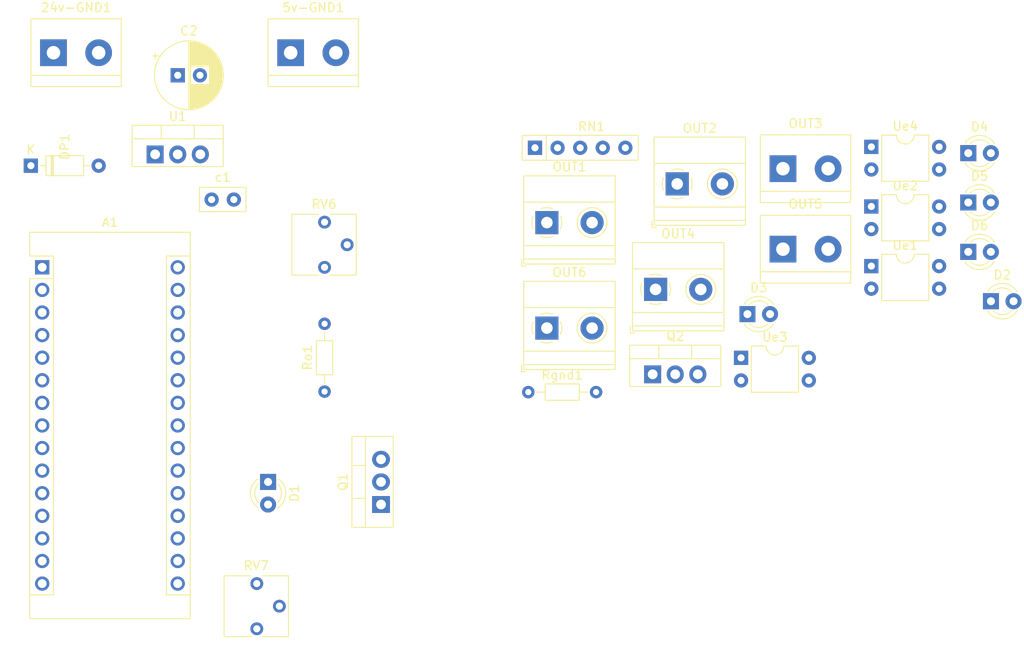
<source format=kicad_pcb>
(kicad_pcb (version 20171130) (host pcbnew "(5.1.9)-1")

  (general
    (thickness 1.6)
    (drawings 0)
    (tracks 0)
    (zones 0)
    (modules 30)
    (nets 75)
  )

  (page A4)
  (layers
    (0 F.Cu signal)
    (31 B.Cu signal)
    (32 B.Adhes user)
    (33 F.Adhes user)
    (34 B.Paste user)
    (35 F.Paste user)
    (36 B.SilkS user)
    (37 F.SilkS user)
    (38 B.Mask user)
    (39 F.Mask user)
    (40 Dwgs.User user)
    (41 Cmts.User user)
    (42 Eco1.User user)
    (43 Eco2.User user)
    (44 Edge.Cuts user)
    (45 Margin user)
    (46 B.CrtYd user)
    (47 F.CrtYd user)
    (48 B.Fab user)
    (49 F.Fab user)
  )

  (setup
    (last_trace_width 0.25)
    (trace_clearance 0.2)
    (zone_clearance 0.508)
    (zone_45_only no)
    (trace_min 0.2)
    (via_size 0.8)
    (via_drill 0.4)
    (via_min_size 0.4)
    (via_min_drill 0.3)
    (uvia_size 0.3)
    (uvia_drill 0.1)
    (uvias_allowed no)
    (uvia_min_size 0.2)
    (uvia_min_drill 0.1)
    (edge_width 0.05)
    (segment_width 0.2)
    (pcb_text_width 0.3)
    (pcb_text_size 1.5 1.5)
    (mod_edge_width 0.12)
    (mod_text_size 1 1)
    (mod_text_width 0.15)
    (pad_size 1.524 1.524)
    (pad_drill 0.762)
    (pad_to_mask_clearance 0.05)
    (aux_axis_origin 0 0)
    (visible_elements 7FFFFFFF)
    (pcbplotparams
      (layerselection 0x010fc_ffffffff)
      (usegerberextensions false)
      (usegerberattributes true)
      (usegerberadvancedattributes true)
      (creategerberjobfile true)
      (excludeedgelayer true)
      (linewidth 0.100000)
      (plotframeref false)
      (viasonmask false)
      (mode 1)
      (useauxorigin false)
      (hpglpennumber 1)
      (hpglpenspeed 20)
      (hpglpendiameter 15.000000)
      (psnegative false)
      (psa4output false)
      (plotreference true)
      (plotvalue true)
      (plotinvisibletext false)
      (padsonsilk false)
      (subtractmaskfromsilk false)
      (outputformat 1)
      (mirror false)
      (drillshape 1)
      (scaleselection 1)
      (outputdirectory ""))
  )

  (net 0 "")
  (net 1 "Net-(A1-Pad16)")
  (net 2 "Net-(A1-Pad15)")
  (net 3 "Net-(A1-Pad14)")
  (net 4 "Net-(A1-Pad13)")
  (net 5 "Net-(A1-Pad28)")
  (net 6 "Net-(A1-Pad12)")
  (net 7 "Net-(A1-Pad27)")
  (net 8 "Net-(A1-Pad11)")
  (net 9 "Net-(A1-Pad26)")
  (net 10 "Net-(A1-Pad10)")
  (net 11 "Net-(A1-Pad25)")
  (net 12 "Net-(A1-Pad9)")
  (net 13 "Net-(A1-Pad24)")
  (net 14 "Net-(A1-Pad8)")
  (net 15 "Net-(A1-Pad23)")
  (net 16 "Net-(A1-Pad7)")
  (net 17 "Net-(A1-Pad22)")
  (net 18 "Net-(A1-Pad6)")
  (net 19 "Net-(A1-Pad21)")
  (net 20 "Net-(A1-Pad5)")
  (net 21 "Net-(A1-Pad20)")
  (net 22 GND)
  (net 23 "Net-(A1-Pad19)")
  (net 24 "Net-(A1-Pad3)")
  (net 25 "Net-(A1-Pad18)")
  (net 26 "Net-(A1-Pad2)")
  (net 27 "Net-(A1-Pad17)")
  (net 28 "Net-(A1-Pad1)")
  (net 29 "Net-(A1-Pad4)")
  (net 30 "Net-(24v-GND1-Pad1)")
  (net 31 +5V)
  (net 32 "Net-(D1-Pad1)")
  (net 33 +24V)
  (net 34 "Net-(OUT1-Pad1)")
  (net 35 "Net-(24v-GND1-Pad2)")
  (net 36 "Net-(D1-Pad2)")
  (net 37 "Net-(D2-Pad2)")
  (net 38 "Net-(D2-Pad1)")
  (net 39 "Net-(D3-Pad2)")
  (net 40 "Net-(D3-Pad1)")
  (net 41 "Net-(D4-Pad2)")
  (net 42 "Net-(D4-Pad1)")
  (net 43 "Net-(D5-Pad2)")
  (net 44 "Net-(D5-Pad1)")
  (net 45 "Net-(D6-Pad2)")
  (net 46 "Net-(D6-Pad1)")
  (net 47 "Net-(OUT1-Pad2)")
  (net 48 "Net-(OUT2-Pad2)")
  (net 49 "Net-(OUT2-Pad1)")
  (net 50 "Net-(OUT3-Pad2)")
  (net 51 "Net-(OUT3-Pad1)")
  (net 52 "Net-(OUT4-Pad2)")
  (net 53 "Net-(OUT4-Pad1)")
  (net 54 "Net-(OUT5-Pad2)")
  (net 55 "Net-(OUT5-Pad1)")
  (net 56 "Net-(OUT6-Pad2)")
  (net 57 "Net-(OUT6-Pad1)")
  (net 58 "Net-(Q2-Pad1)")
  (net 59 "Net-(Ue1-Pad4)")
  (net 60 "Net-(Ue1-Pad2)")
  (net 61 "Net-(Ue1-Pad3)")
  (net 62 "Net-(Ue1-Pad1)")
  (net 63 "Net-(Ue2-Pad4)")
  (net 64 "Net-(Ue2-Pad2)")
  (net 65 "Net-(Ue2-Pad3)")
  (net 66 "Net-(Ue2-Pad1)")
  (net 67 "Net-(Ue3-Pad4)")
  (net 68 "Net-(Ue3-Pad2)")
  (net 69 "Net-(Ue3-Pad3)")
  (net 70 "Net-(Ue3-Pad1)")
  (net 71 "Net-(Ue4-Pad4)")
  (net 72 "Net-(Ue4-Pad2)")
  (net 73 "Net-(Ue4-Pad3)")
  (net 74 "Net-(Ue4-Pad1)")

  (net_class Default "This is the default net class."
    (clearance 0.2)
    (trace_width 0.25)
    (via_dia 0.8)
    (via_drill 0.4)
    (uvia_dia 0.3)
    (uvia_drill 0.1)
    (add_net "Net-(24v-GND1-Pad1)")
    (add_net "Net-(24v-GND1-Pad2)")
    (add_net "Net-(A1-Pad1)")
    (add_net "Net-(A1-Pad10)")
    (add_net "Net-(A1-Pad11)")
    (add_net "Net-(A1-Pad12)")
    (add_net "Net-(A1-Pad13)")
    (add_net "Net-(A1-Pad14)")
    (add_net "Net-(A1-Pad15)")
    (add_net "Net-(A1-Pad16)")
    (add_net "Net-(A1-Pad17)")
    (add_net "Net-(A1-Pad18)")
    (add_net "Net-(A1-Pad19)")
    (add_net "Net-(A1-Pad2)")
    (add_net "Net-(A1-Pad20)")
    (add_net "Net-(A1-Pad21)")
    (add_net "Net-(A1-Pad22)")
    (add_net "Net-(A1-Pad23)")
    (add_net "Net-(A1-Pad24)")
    (add_net "Net-(A1-Pad25)")
    (add_net "Net-(A1-Pad26)")
    (add_net "Net-(A1-Pad27)")
    (add_net "Net-(A1-Pad28)")
    (add_net "Net-(A1-Pad3)")
    (add_net "Net-(A1-Pad4)")
    (add_net "Net-(A1-Pad5)")
    (add_net "Net-(A1-Pad6)")
    (add_net "Net-(A1-Pad7)")
    (add_net "Net-(A1-Pad8)")
    (add_net "Net-(A1-Pad9)")
    (add_net "Net-(D1-Pad1)")
    (add_net "Net-(D1-Pad2)")
    (add_net "Net-(D2-Pad1)")
    (add_net "Net-(D2-Pad2)")
    (add_net "Net-(D3-Pad1)")
    (add_net "Net-(D3-Pad2)")
    (add_net "Net-(D4-Pad1)")
    (add_net "Net-(D4-Pad2)")
    (add_net "Net-(D5-Pad1)")
    (add_net "Net-(D5-Pad2)")
    (add_net "Net-(D6-Pad1)")
    (add_net "Net-(D6-Pad2)")
    (add_net "Net-(OUT1-Pad1)")
    (add_net "Net-(OUT1-Pad2)")
    (add_net "Net-(OUT2-Pad1)")
    (add_net "Net-(OUT2-Pad2)")
    (add_net "Net-(OUT3-Pad1)")
    (add_net "Net-(OUT3-Pad2)")
    (add_net "Net-(OUT4-Pad1)")
    (add_net "Net-(OUT4-Pad2)")
    (add_net "Net-(OUT5-Pad1)")
    (add_net "Net-(OUT5-Pad2)")
    (add_net "Net-(OUT6-Pad1)")
    (add_net "Net-(OUT6-Pad2)")
    (add_net "Net-(Q2-Pad1)")
    (add_net "Net-(Ue1-Pad1)")
    (add_net "Net-(Ue1-Pad2)")
    (add_net "Net-(Ue1-Pad3)")
    (add_net "Net-(Ue1-Pad4)")
    (add_net "Net-(Ue2-Pad1)")
    (add_net "Net-(Ue2-Pad2)")
    (add_net "Net-(Ue2-Pad3)")
    (add_net "Net-(Ue2-Pad4)")
    (add_net "Net-(Ue3-Pad1)")
    (add_net "Net-(Ue3-Pad2)")
    (add_net "Net-(Ue3-Pad3)")
    (add_net "Net-(Ue3-Pad4)")
    (add_net "Net-(Ue4-Pad1)")
    (add_net "Net-(Ue4-Pad2)")
    (add_net "Net-(Ue4-Pad3)")
    (add_net "Net-(Ue4-Pad4)")
  )

  (net_class Power ""
    (clearance 0.2)
    (trace_width 0.5)
    (via_dia 0.8)
    (via_drill 0.4)
    (uvia_dia 0.3)
    (uvia_drill 0.1)
    (add_net +24V)
    (add_net +5V)
    (add_net GND)
  )

  (module Package_DIP:DIP-4_W7.62mm (layer F.Cu) (tedit 5A02E8C5) (tstamp 6025377E)
    (at 107.2 -314.53)
    (descr "4-lead though-hole mounted DIP package, row spacing 7.62 mm (300 mils)")
    (tags "THT DIP DIL PDIP 2.54mm 7.62mm 300mil")
    (path /6027A2D2)
    (fp_text reference Ue4 (at 3.81 -2.33) (layer F.SilkS)
      (effects (font (size 1 1) (thickness 0.15)))
    )
    (fp_text value PS2501 (at 3.81 4.87) (layer F.Fab)
      (effects (font (size 1 1) (thickness 0.15)))
    )
    (fp_text user %R (at 3.81 1.27) (layer F.Fab)
      (effects (font (size 1 1) (thickness 0.15)))
    )
    (fp_arc (start 3.81 -1.33) (end 2.81 -1.33) (angle -180) (layer F.SilkS) (width 0.12))
    (fp_line (start 1.635 -1.27) (end 6.985 -1.27) (layer F.Fab) (width 0.1))
    (fp_line (start 6.985 -1.27) (end 6.985 3.81) (layer F.Fab) (width 0.1))
    (fp_line (start 6.985 3.81) (end 0.635 3.81) (layer F.Fab) (width 0.1))
    (fp_line (start 0.635 3.81) (end 0.635 -0.27) (layer F.Fab) (width 0.1))
    (fp_line (start 0.635 -0.27) (end 1.635 -1.27) (layer F.Fab) (width 0.1))
    (fp_line (start 2.81 -1.33) (end 1.16 -1.33) (layer F.SilkS) (width 0.12))
    (fp_line (start 1.16 -1.33) (end 1.16 3.87) (layer F.SilkS) (width 0.12))
    (fp_line (start 1.16 3.87) (end 6.46 3.87) (layer F.SilkS) (width 0.12))
    (fp_line (start 6.46 3.87) (end 6.46 -1.33) (layer F.SilkS) (width 0.12))
    (fp_line (start 6.46 -1.33) (end 4.81 -1.33) (layer F.SilkS) (width 0.12))
    (fp_line (start -1.1 -1.55) (end -1.1 4.1) (layer F.CrtYd) (width 0.05))
    (fp_line (start -1.1 4.1) (end 8.7 4.1) (layer F.CrtYd) (width 0.05))
    (fp_line (start 8.7 4.1) (end 8.7 -1.55) (layer F.CrtYd) (width 0.05))
    (fp_line (start 8.7 -1.55) (end -1.1 -1.55) (layer F.CrtYd) (width 0.05))
    (pad 4 thru_hole oval (at 7.62 0) (size 1.6 1.6) (drill 0.8) (layers *.Cu *.Mask)
      (net 71 "Net-(Ue4-Pad4)"))
    (pad 2 thru_hole oval (at 0 2.54) (size 1.6 1.6) (drill 0.8) (layers *.Cu *.Mask)
      (net 72 "Net-(Ue4-Pad2)"))
    (pad 3 thru_hole oval (at 7.62 2.54) (size 1.6 1.6) (drill 0.8) (layers *.Cu *.Mask)
      (net 73 "Net-(Ue4-Pad3)"))
    (pad 1 thru_hole rect (at 0 0) (size 1.6 1.6) (drill 0.8) (layers *.Cu *.Mask)
      (net 74 "Net-(Ue4-Pad1)"))
    (model ${KISYS3DMOD}/Package_DIP.3dshapes/DIP-4_W7.62mm.wrl
      (at (xyz 0 0 0))
      (scale (xyz 1 1 1))
      (rotate (xyz 0 0 0))
    )
  )

  (module Package_DIP:DIP-4_W7.62mm (layer F.Cu) (tedit 5A02E8C5) (tstamp 60253766)
    (at 92.55 -290.81)
    (descr "4-lead though-hole mounted DIP package, row spacing 7.62 mm (300 mils)")
    (tags "THT DIP DIL PDIP 2.54mm 7.62mm 300mil")
    (path /602536DC)
    (fp_text reference Ue3 (at 3.81 -2.33) (layer F.SilkS)
      (effects (font (size 1 1) (thickness 0.15)))
    )
    (fp_text value PS2501 (at 3.81 4.87) (layer F.Fab)
      (effects (font (size 1 1) (thickness 0.15)))
    )
    (fp_text user %R (at 3.81 1.27) (layer F.Fab)
      (effects (font (size 1 1) (thickness 0.15)))
    )
    (fp_arc (start 3.81 -1.33) (end 2.81 -1.33) (angle -180) (layer F.SilkS) (width 0.12))
    (fp_line (start 1.635 -1.27) (end 6.985 -1.27) (layer F.Fab) (width 0.1))
    (fp_line (start 6.985 -1.27) (end 6.985 3.81) (layer F.Fab) (width 0.1))
    (fp_line (start 6.985 3.81) (end 0.635 3.81) (layer F.Fab) (width 0.1))
    (fp_line (start 0.635 3.81) (end 0.635 -0.27) (layer F.Fab) (width 0.1))
    (fp_line (start 0.635 -0.27) (end 1.635 -1.27) (layer F.Fab) (width 0.1))
    (fp_line (start 2.81 -1.33) (end 1.16 -1.33) (layer F.SilkS) (width 0.12))
    (fp_line (start 1.16 -1.33) (end 1.16 3.87) (layer F.SilkS) (width 0.12))
    (fp_line (start 1.16 3.87) (end 6.46 3.87) (layer F.SilkS) (width 0.12))
    (fp_line (start 6.46 3.87) (end 6.46 -1.33) (layer F.SilkS) (width 0.12))
    (fp_line (start 6.46 -1.33) (end 4.81 -1.33) (layer F.SilkS) (width 0.12))
    (fp_line (start -1.1 -1.55) (end -1.1 4.1) (layer F.CrtYd) (width 0.05))
    (fp_line (start -1.1 4.1) (end 8.7 4.1) (layer F.CrtYd) (width 0.05))
    (fp_line (start 8.7 4.1) (end 8.7 -1.55) (layer F.CrtYd) (width 0.05))
    (fp_line (start 8.7 -1.55) (end -1.1 -1.55) (layer F.CrtYd) (width 0.05))
    (pad 4 thru_hole oval (at 7.62 0) (size 1.6 1.6) (drill 0.8) (layers *.Cu *.Mask)
      (net 67 "Net-(Ue3-Pad4)"))
    (pad 2 thru_hole oval (at 0 2.54) (size 1.6 1.6) (drill 0.8) (layers *.Cu *.Mask)
      (net 68 "Net-(Ue3-Pad2)"))
    (pad 3 thru_hole oval (at 7.62 2.54) (size 1.6 1.6) (drill 0.8) (layers *.Cu *.Mask)
      (net 69 "Net-(Ue3-Pad3)"))
    (pad 1 thru_hole rect (at 0 0) (size 1.6 1.6) (drill 0.8) (layers *.Cu *.Mask)
      (net 70 "Net-(Ue3-Pad1)"))
    (model ${KISYS3DMOD}/Package_DIP.3dshapes/DIP-4_W7.62mm.wrl
      (at (xyz 0 0 0))
      (scale (xyz 1 1 1))
      (rotate (xyz 0 0 0))
    )
  )

  (module Package_DIP:DIP-4_W7.62mm (layer F.Cu) (tedit 5A02E8C5) (tstamp 6025374E)
    (at 107.2 -307.83)
    (descr "4-lead though-hole mounted DIP package, row spacing 7.62 mm (300 mils)")
    (tags "THT DIP DIL PDIP 2.54mm 7.62mm 300mil")
    (path /602C1EAF)
    (fp_text reference Ue2 (at 3.81 -2.33) (layer F.SilkS)
      (effects (font (size 1 1) (thickness 0.15)))
    )
    (fp_text value PS2501 (at 3.81 4.87) (layer F.Fab)
      (effects (font (size 1 1) (thickness 0.15)))
    )
    (fp_text user %R (at 3.81 1.27) (layer F.Fab)
      (effects (font (size 1 1) (thickness 0.15)))
    )
    (fp_arc (start 3.81 -1.33) (end 2.81 -1.33) (angle -180) (layer F.SilkS) (width 0.12))
    (fp_line (start 1.635 -1.27) (end 6.985 -1.27) (layer F.Fab) (width 0.1))
    (fp_line (start 6.985 -1.27) (end 6.985 3.81) (layer F.Fab) (width 0.1))
    (fp_line (start 6.985 3.81) (end 0.635 3.81) (layer F.Fab) (width 0.1))
    (fp_line (start 0.635 3.81) (end 0.635 -0.27) (layer F.Fab) (width 0.1))
    (fp_line (start 0.635 -0.27) (end 1.635 -1.27) (layer F.Fab) (width 0.1))
    (fp_line (start 2.81 -1.33) (end 1.16 -1.33) (layer F.SilkS) (width 0.12))
    (fp_line (start 1.16 -1.33) (end 1.16 3.87) (layer F.SilkS) (width 0.12))
    (fp_line (start 1.16 3.87) (end 6.46 3.87) (layer F.SilkS) (width 0.12))
    (fp_line (start 6.46 3.87) (end 6.46 -1.33) (layer F.SilkS) (width 0.12))
    (fp_line (start 6.46 -1.33) (end 4.81 -1.33) (layer F.SilkS) (width 0.12))
    (fp_line (start -1.1 -1.55) (end -1.1 4.1) (layer F.CrtYd) (width 0.05))
    (fp_line (start -1.1 4.1) (end 8.7 4.1) (layer F.CrtYd) (width 0.05))
    (fp_line (start 8.7 4.1) (end 8.7 -1.55) (layer F.CrtYd) (width 0.05))
    (fp_line (start 8.7 -1.55) (end -1.1 -1.55) (layer F.CrtYd) (width 0.05))
    (pad 4 thru_hole oval (at 7.62 0) (size 1.6 1.6) (drill 0.8) (layers *.Cu *.Mask)
      (net 63 "Net-(Ue2-Pad4)"))
    (pad 2 thru_hole oval (at 0 2.54) (size 1.6 1.6) (drill 0.8) (layers *.Cu *.Mask)
      (net 64 "Net-(Ue2-Pad2)"))
    (pad 3 thru_hole oval (at 7.62 2.54) (size 1.6 1.6) (drill 0.8) (layers *.Cu *.Mask)
      (net 65 "Net-(Ue2-Pad3)"))
    (pad 1 thru_hole rect (at 0 0) (size 1.6 1.6) (drill 0.8) (layers *.Cu *.Mask)
      (net 66 "Net-(Ue2-Pad1)"))
    (model ${KISYS3DMOD}/Package_DIP.3dshapes/DIP-4_W7.62mm.wrl
      (at (xyz 0 0 0))
      (scale (xyz 1 1 1))
      (rotate (xyz 0 0 0))
    )
  )

  (module Package_DIP:DIP-4_W7.62mm (layer F.Cu) (tedit 5A02E8C5) (tstamp 60253736)
    (at 107.2 -301.13)
    (descr "4-lead though-hole mounted DIP package, row spacing 7.62 mm (300 mils)")
    (tags "THT DIP DIL PDIP 2.54mm 7.62mm 300mil")
    (path /602C1EA9)
    (fp_text reference Ue1 (at 3.81 -2.33) (layer F.SilkS)
      (effects (font (size 1 1) (thickness 0.15)))
    )
    (fp_text value PS2501 (at 3.81 4.87) (layer F.Fab)
      (effects (font (size 1 1) (thickness 0.15)))
    )
    (fp_text user %R (at 3.81 1.27) (layer F.Fab)
      (effects (font (size 1 1) (thickness 0.15)))
    )
    (fp_arc (start 3.81 -1.33) (end 2.81 -1.33) (angle -180) (layer F.SilkS) (width 0.12))
    (fp_line (start 1.635 -1.27) (end 6.985 -1.27) (layer F.Fab) (width 0.1))
    (fp_line (start 6.985 -1.27) (end 6.985 3.81) (layer F.Fab) (width 0.1))
    (fp_line (start 6.985 3.81) (end 0.635 3.81) (layer F.Fab) (width 0.1))
    (fp_line (start 0.635 3.81) (end 0.635 -0.27) (layer F.Fab) (width 0.1))
    (fp_line (start 0.635 -0.27) (end 1.635 -1.27) (layer F.Fab) (width 0.1))
    (fp_line (start 2.81 -1.33) (end 1.16 -1.33) (layer F.SilkS) (width 0.12))
    (fp_line (start 1.16 -1.33) (end 1.16 3.87) (layer F.SilkS) (width 0.12))
    (fp_line (start 1.16 3.87) (end 6.46 3.87) (layer F.SilkS) (width 0.12))
    (fp_line (start 6.46 3.87) (end 6.46 -1.33) (layer F.SilkS) (width 0.12))
    (fp_line (start 6.46 -1.33) (end 4.81 -1.33) (layer F.SilkS) (width 0.12))
    (fp_line (start -1.1 -1.55) (end -1.1 4.1) (layer F.CrtYd) (width 0.05))
    (fp_line (start -1.1 4.1) (end 8.7 4.1) (layer F.CrtYd) (width 0.05))
    (fp_line (start 8.7 4.1) (end 8.7 -1.55) (layer F.CrtYd) (width 0.05))
    (fp_line (start 8.7 -1.55) (end -1.1 -1.55) (layer F.CrtYd) (width 0.05))
    (pad 4 thru_hole oval (at 7.62 0) (size 1.6 1.6) (drill 0.8) (layers *.Cu *.Mask)
      (net 59 "Net-(Ue1-Pad4)"))
    (pad 2 thru_hole oval (at 0 2.54) (size 1.6 1.6) (drill 0.8) (layers *.Cu *.Mask)
      (net 60 "Net-(Ue1-Pad2)"))
    (pad 3 thru_hole oval (at 7.62 2.54) (size 1.6 1.6) (drill 0.8) (layers *.Cu *.Mask)
      (net 61 "Net-(Ue1-Pad3)"))
    (pad 1 thru_hole rect (at 0 0) (size 1.6 1.6) (drill 0.8) (layers *.Cu *.Mask)
      (net 62 "Net-(Ue1-Pad1)"))
    (model ${KISYS3DMOD}/Package_DIP.3dshapes/DIP-4_W7.62mm.wrl
      (at (xyz 0 0 0))
      (scale (xyz 1 1 1))
      (rotate (xyz 0 0 0))
    )
  )

  (module Potentiometer_THT:Potentiometer_Vishay_T73YP_Vertical (layer F.Cu) (tedit 5A3D4993) (tstamp 602536EC)
    (at 38.1 -260.35)
    (descr "Potentiometer, vertical, Vishay T73YP, http://www.vishay.com/docs/51016/t73.pdf")
    (tags "Potentiometer vertical Vishay T73YP")
    (path /6025E487)
    (fp_text reference RV7 (at -0.06 -7.09) (layer F.SilkS)
      (effects (font (size 1 1) (thickness 0.15)))
    )
    (fp_text value R_POT_1k (at -0.06 2.01) (layer F.Fab)
      (effects (font (size 1 1) (thickness 0.15)))
    )
    (fp_text user %R (at -2.56 -2.54 90) (layer F.Fab)
      (effects (font (size 1 1) (thickness 0.15)))
    )
    (fp_circle (center 0.24 -2.54) (end 1.74 -2.54) (layer F.Fab) (width 0.1))
    (fp_line (start -3.56 -5.84) (end -3.56 0.76) (layer F.Fab) (width 0.1))
    (fp_line (start -3.56 0.76) (end 3.44 0.76) (layer F.Fab) (width 0.1))
    (fp_line (start 3.44 0.76) (end 3.44 -5.84) (layer F.Fab) (width 0.1))
    (fp_line (start 3.44 -5.84) (end -3.56 -5.84) (layer F.Fab) (width 0.1))
    (fp_line (start -0.961 -2.616) (end 0.164 -2.616) (layer F.Fab) (width 0.1))
    (fp_line (start 0.164 -2.616) (end 0.164 -3.741) (layer F.Fab) (width 0.1))
    (fp_line (start 0.164 -3.741) (end 0.316 -3.741) (layer F.Fab) (width 0.1))
    (fp_line (start 0.316 -3.741) (end 0.316 -2.616) (layer F.Fab) (width 0.1))
    (fp_line (start 0.316 -2.616) (end 1.441 -2.616) (layer F.Fab) (width 0.1))
    (fp_line (start 1.441 -2.616) (end 1.441 -2.464) (layer F.Fab) (width 0.1))
    (fp_line (start 1.441 -2.464) (end 0.316 -2.464) (layer F.Fab) (width 0.1))
    (fp_line (start 0.316 -2.464) (end 0.316 -1.339) (layer F.Fab) (width 0.1))
    (fp_line (start 0.316 -1.339) (end 0.164 -1.339) (layer F.Fab) (width 0.1))
    (fp_line (start 0.164 -1.339) (end 0.164 -2.464) (layer F.Fab) (width 0.1))
    (fp_line (start 0.164 -2.464) (end -0.961 -2.464) (layer F.Fab) (width 0.1))
    (fp_line (start -0.961 -2.464) (end -0.961 -2.616) (layer F.Fab) (width 0.1))
    (fp_line (start -3.68 -5.96) (end -0.65 -5.96) (layer F.SilkS) (width 0.12))
    (fp_line (start 0.65 -5.96) (end 3.56 -5.96) (layer F.SilkS) (width 0.12))
    (fp_line (start -3.68 0.88) (end -0.65 0.88) (layer F.SilkS) (width 0.12))
    (fp_line (start 0.65 0.88) (end 3.56 0.88) (layer F.SilkS) (width 0.12))
    (fp_line (start -3.68 -5.96) (end -3.68 0.88) (layer F.SilkS) (width 0.12))
    (fp_line (start 3.56 -5.96) (end 3.56 0.88) (layer F.SilkS) (width 0.12))
    (fp_line (start -3.85 -6.1) (end -3.85 1.05) (layer F.CrtYd) (width 0.05))
    (fp_line (start -3.85 1.05) (end 3.7 1.05) (layer F.CrtYd) (width 0.05))
    (fp_line (start 3.7 1.05) (end 3.7 -6.1) (layer F.CrtYd) (width 0.05))
    (fp_line (start 3.7 -6.1) (end -3.85 -6.1) (layer F.CrtYd) (width 0.05))
    (pad 1 thru_hole circle (at 0 0) (size 1.44 1.44) (drill 0.8) (layers *.Cu *.Mask)
      (net 22 GND))
    (pad 2 thru_hole circle (at 2.54 -2.54) (size 1.44 1.44) (drill 0.8) (layers *.Cu *.Mask)
      (net 9 "Net-(A1-Pad26)"))
    (pad 3 thru_hole circle (at 0 -5.08) (size 1.44 1.44) (drill 0.8) (layers *.Cu *.Mask)
      (net 31 +5V))
    (model ${KISYS3DMOD}/Potentiometer_THT.3dshapes/Potentiometer_Vishay_T73YP_Vertical.wrl
      (at (xyz 0 0 0))
      (scale (xyz 1 1 1))
      (rotate (xyz 0 0 0))
    )
  )

  (module Potentiometer_THT:Potentiometer_Vishay_T73YP_Vertical (layer F.Cu) (tedit 5A3D4993) (tstamp 602536C9)
    (at 45.72 -300.99)
    (descr "Potentiometer, vertical, Vishay T73YP, http://www.vishay.com/docs/51016/t73.pdf")
    (tags "Potentiometer vertical Vishay T73YP")
    (path /60268172)
    (fp_text reference RV6 (at -0.06 -7.09) (layer F.SilkS)
      (effects (font (size 1 1) (thickness 0.15)))
    )
    (fp_text value R_POT_1k (at -0.06 2.01) (layer F.Fab)
      (effects (font (size 1 1) (thickness 0.15)))
    )
    (fp_text user %R (at -2.56 -2.54 90) (layer F.Fab)
      (effects (font (size 1 1) (thickness 0.15)))
    )
    (fp_circle (center 0.24 -2.54) (end 1.74 -2.54) (layer F.Fab) (width 0.1))
    (fp_line (start -3.56 -5.84) (end -3.56 0.76) (layer F.Fab) (width 0.1))
    (fp_line (start -3.56 0.76) (end 3.44 0.76) (layer F.Fab) (width 0.1))
    (fp_line (start 3.44 0.76) (end 3.44 -5.84) (layer F.Fab) (width 0.1))
    (fp_line (start 3.44 -5.84) (end -3.56 -5.84) (layer F.Fab) (width 0.1))
    (fp_line (start -0.961 -2.616) (end 0.164 -2.616) (layer F.Fab) (width 0.1))
    (fp_line (start 0.164 -2.616) (end 0.164 -3.741) (layer F.Fab) (width 0.1))
    (fp_line (start 0.164 -3.741) (end 0.316 -3.741) (layer F.Fab) (width 0.1))
    (fp_line (start 0.316 -3.741) (end 0.316 -2.616) (layer F.Fab) (width 0.1))
    (fp_line (start 0.316 -2.616) (end 1.441 -2.616) (layer F.Fab) (width 0.1))
    (fp_line (start 1.441 -2.616) (end 1.441 -2.464) (layer F.Fab) (width 0.1))
    (fp_line (start 1.441 -2.464) (end 0.316 -2.464) (layer F.Fab) (width 0.1))
    (fp_line (start 0.316 -2.464) (end 0.316 -1.339) (layer F.Fab) (width 0.1))
    (fp_line (start 0.316 -1.339) (end 0.164 -1.339) (layer F.Fab) (width 0.1))
    (fp_line (start 0.164 -1.339) (end 0.164 -2.464) (layer F.Fab) (width 0.1))
    (fp_line (start 0.164 -2.464) (end -0.961 -2.464) (layer F.Fab) (width 0.1))
    (fp_line (start -0.961 -2.464) (end -0.961 -2.616) (layer F.Fab) (width 0.1))
    (fp_line (start -3.68 -5.96) (end -0.65 -5.96) (layer F.SilkS) (width 0.12))
    (fp_line (start 0.65 -5.96) (end 3.56 -5.96) (layer F.SilkS) (width 0.12))
    (fp_line (start -3.68 0.88) (end -0.65 0.88) (layer F.SilkS) (width 0.12))
    (fp_line (start 0.65 0.88) (end 3.56 0.88) (layer F.SilkS) (width 0.12))
    (fp_line (start -3.68 -5.96) (end -3.68 0.88) (layer F.SilkS) (width 0.12))
    (fp_line (start 3.56 -5.96) (end 3.56 0.88) (layer F.SilkS) (width 0.12))
    (fp_line (start -3.85 -6.1) (end -3.85 1.05) (layer F.CrtYd) (width 0.05))
    (fp_line (start -3.85 1.05) (end 3.7 1.05) (layer F.CrtYd) (width 0.05))
    (fp_line (start 3.7 1.05) (end 3.7 -6.1) (layer F.CrtYd) (width 0.05))
    (fp_line (start 3.7 -6.1) (end -3.85 -6.1) (layer F.CrtYd) (width 0.05))
    (pad 1 thru_hole circle (at 0 0) (size 1.44 1.44) (drill 0.8) (layers *.Cu *.Mask)
      (net 22 GND))
    (pad 2 thru_hole circle (at 2.54 -2.54) (size 1.44 1.44) (drill 0.8) (layers *.Cu *.Mask)
      (net 11 "Net-(A1-Pad25)"))
    (pad 3 thru_hole circle (at 0 -5.08) (size 1.44 1.44) (drill 0.8) (layers *.Cu *.Mask)
      (net 31 +5V))
    (model ${KISYS3DMOD}/Potentiometer_THT.3dshapes/Potentiometer_Vishay_T73YP_Vertical.wrl
      (at (xyz 0 0 0))
      (scale (xyz 1 1 1))
      (rotate (xyz 0 0 0))
    )
  )

  (module Resistor_THT:R_Array_SIP5 (layer F.Cu) (tedit 5A14249F) (tstamp 602536A6)
    (at 69.38 -314.43)
    (descr "5-pin Resistor SIP pack")
    (tags R)
    (path /603B8874)
    (fp_text reference RN1 (at 6.35 -2.4) (layer F.SilkS)
      (effects (font (size 1 1) (thickness 0.15)))
    )
    (fp_text value R_220 (at 6.35 2.4) (layer F.Fab)
      (effects (font (size 1 1) (thickness 0.15)))
    )
    (fp_text user %R (at 5.08 0) (layer F.Fab)
      (effects (font (size 1 1) (thickness 0.15)))
    )
    (fp_line (start -1.29 -1.25) (end -1.29 1.25) (layer F.Fab) (width 0.1))
    (fp_line (start -1.29 1.25) (end 11.45 1.25) (layer F.Fab) (width 0.1))
    (fp_line (start 11.45 1.25) (end 11.45 -1.25) (layer F.Fab) (width 0.1))
    (fp_line (start 11.45 -1.25) (end -1.29 -1.25) (layer F.Fab) (width 0.1))
    (fp_line (start 1.27 -1.25) (end 1.27 1.25) (layer F.Fab) (width 0.1))
    (fp_line (start -1.44 -1.4) (end -1.44 1.4) (layer F.SilkS) (width 0.12))
    (fp_line (start -1.44 1.4) (end 11.6 1.4) (layer F.SilkS) (width 0.12))
    (fp_line (start 11.6 1.4) (end 11.6 -1.4) (layer F.SilkS) (width 0.12))
    (fp_line (start 11.6 -1.4) (end -1.44 -1.4) (layer F.SilkS) (width 0.12))
    (fp_line (start 1.27 -1.4) (end 1.27 1.4) (layer F.SilkS) (width 0.12))
    (fp_line (start -1.7 -1.65) (end -1.7 1.65) (layer F.CrtYd) (width 0.05))
    (fp_line (start -1.7 1.65) (end 11.9 1.65) (layer F.CrtYd) (width 0.05))
    (fp_line (start 11.9 1.65) (end 11.9 -1.65) (layer F.CrtYd) (width 0.05))
    (fp_line (start 11.9 -1.65) (end -1.7 -1.65) (layer F.CrtYd) (width 0.05))
    (pad 5 thru_hole oval (at 10.16 0) (size 1.6 1.6) (drill 0.8) (layers *.Cu *.Mask)
      (net 46 "Net-(D6-Pad1)"))
    (pad 4 thru_hole oval (at 7.62 0) (size 1.6 1.6) (drill 0.8) (layers *.Cu *.Mask)
      (net 44 "Net-(D5-Pad1)"))
    (pad 3 thru_hole oval (at 5.08 0) (size 1.6 1.6) (drill 0.8) (layers *.Cu *.Mask)
      (net 42 "Net-(D4-Pad1)"))
    (pad 2 thru_hole oval (at 2.54 0) (size 1.6 1.6) (drill 0.8) (layers *.Cu *.Mask)
      (net 40 "Net-(D3-Pad1)"))
    (pad 1 thru_hole rect (at 0 0) (size 1.6 1.6) (drill 0.8) (layers *.Cu *.Mask)
      (net 22 GND))
    (model ${KISYS3DMOD}/Resistor_THT.3dshapes/R_Array_SIP5.wrl
      (at (xyz 0 0 0))
      (scale (xyz 1 1 1))
      (rotate (xyz 0 0 0))
    )
  )

  (module Resistor_THT:R_Axial_DIN0204_L3.6mm_D1.6mm_P7.62mm_Horizontal (layer F.Cu) (tedit 5AE5139B) (tstamp 6025368E)
    (at 68.63 -286.96)
    (descr "Resistor, Axial_DIN0204 series, Axial, Horizontal, pin pitch=7.62mm, 0.167W, length*diameter=3.6*1.6mm^2, http://cdn-reichelt.de/documents/datenblatt/B400/1_4W%23YAG.pdf")
    (tags "Resistor Axial_DIN0204 series Axial Horizontal pin pitch 7.62mm 0.167W length 3.6mm diameter 1.6mm")
    (path /6022579D)
    (fp_text reference Rgnd1 (at 3.81 -1.92) (layer F.SilkS)
      (effects (font (size 1 1) (thickness 0.15)))
    )
    (fp_text value R47 (at 3.81 1.92) (layer F.Fab)
      (effects (font (size 1 1) (thickness 0.15)))
    )
    (fp_text user %R (at 3.81 0) (layer F.Fab)
      (effects (font (size 0.72 0.72) (thickness 0.108)))
    )
    (fp_line (start 2.01 -0.8) (end 2.01 0.8) (layer F.Fab) (width 0.1))
    (fp_line (start 2.01 0.8) (end 5.61 0.8) (layer F.Fab) (width 0.1))
    (fp_line (start 5.61 0.8) (end 5.61 -0.8) (layer F.Fab) (width 0.1))
    (fp_line (start 5.61 -0.8) (end 2.01 -0.8) (layer F.Fab) (width 0.1))
    (fp_line (start 0 0) (end 2.01 0) (layer F.Fab) (width 0.1))
    (fp_line (start 7.62 0) (end 5.61 0) (layer F.Fab) (width 0.1))
    (fp_line (start 1.89 -0.92) (end 1.89 0.92) (layer F.SilkS) (width 0.12))
    (fp_line (start 1.89 0.92) (end 5.73 0.92) (layer F.SilkS) (width 0.12))
    (fp_line (start 5.73 0.92) (end 5.73 -0.92) (layer F.SilkS) (width 0.12))
    (fp_line (start 5.73 -0.92) (end 1.89 -0.92) (layer F.SilkS) (width 0.12))
    (fp_line (start 0.94 0) (end 1.89 0) (layer F.SilkS) (width 0.12))
    (fp_line (start 6.68 0) (end 5.73 0) (layer F.SilkS) (width 0.12))
    (fp_line (start -0.95 -1.05) (end -0.95 1.05) (layer F.CrtYd) (width 0.05))
    (fp_line (start -0.95 1.05) (end 8.57 1.05) (layer F.CrtYd) (width 0.05))
    (fp_line (start 8.57 1.05) (end 8.57 -1.05) (layer F.CrtYd) (width 0.05))
    (fp_line (start 8.57 -1.05) (end -0.95 -1.05) (layer F.CrtYd) (width 0.05))
    (pad 2 thru_hole oval (at 7.62 0) (size 1.4 1.4) (drill 0.7) (layers *.Cu *.Mask)
      (net 22 GND))
    (pad 1 thru_hole circle (at 0 0) (size 1.4 1.4) (drill 0.7) (layers *.Cu *.Mask)
      (net 22 GND))
    (model ${KISYS3DMOD}/Resistor_THT.3dshapes/R_Axial_DIN0204_L3.6mm_D1.6mm_P7.62mm_Horizontal.wrl
      (at (xyz 0 0 0))
      (scale (xyz 1 1 1))
      (rotate (xyz 0 0 0))
    )
  )

  (module Package_TO_SOT_THT:TO-220-3_Vertical (layer F.Cu) (tedit 5AC8BA0D) (tstamp 60253677)
    (at 82.61 -288.96)
    (descr "TO-220-3, Vertical, RM 2.54mm, see https://www.vishay.com/docs/66542/to-220-1.pdf")
    (tags "TO-220-3 Vertical RM 2.54mm")
    (path /60244AEA)
    (fp_text reference Q2 (at 2.54 -4.27) (layer F.SilkS)
      (effects (font (size 1 1) (thickness 0.15)))
    )
    (fp_text value IRF540N (at 2.54 2.5) (layer F.Fab)
      (effects (font (size 1 1) (thickness 0.15)))
    )
    (fp_text user %R (at 2.54 -4.27) (layer F.Fab)
      (effects (font (size 1 1) (thickness 0.15)))
    )
    (fp_line (start -2.46 -3.15) (end -2.46 1.25) (layer F.Fab) (width 0.1))
    (fp_line (start -2.46 1.25) (end 7.54 1.25) (layer F.Fab) (width 0.1))
    (fp_line (start 7.54 1.25) (end 7.54 -3.15) (layer F.Fab) (width 0.1))
    (fp_line (start 7.54 -3.15) (end -2.46 -3.15) (layer F.Fab) (width 0.1))
    (fp_line (start -2.46 -1.88) (end 7.54 -1.88) (layer F.Fab) (width 0.1))
    (fp_line (start 0.69 -3.15) (end 0.69 -1.88) (layer F.Fab) (width 0.1))
    (fp_line (start 4.39 -3.15) (end 4.39 -1.88) (layer F.Fab) (width 0.1))
    (fp_line (start -2.58 -3.27) (end 7.66 -3.27) (layer F.SilkS) (width 0.12))
    (fp_line (start -2.58 1.371) (end 7.66 1.371) (layer F.SilkS) (width 0.12))
    (fp_line (start -2.58 -3.27) (end -2.58 1.371) (layer F.SilkS) (width 0.12))
    (fp_line (start 7.66 -3.27) (end 7.66 1.371) (layer F.SilkS) (width 0.12))
    (fp_line (start -2.58 -1.76) (end 7.66 -1.76) (layer F.SilkS) (width 0.12))
    (fp_line (start 0.69 -3.27) (end 0.69 -1.76) (layer F.SilkS) (width 0.12))
    (fp_line (start 4.391 -3.27) (end 4.391 -1.76) (layer F.SilkS) (width 0.12))
    (fp_line (start -2.71 -3.4) (end -2.71 1.51) (layer F.CrtYd) (width 0.05))
    (fp_line (start -2.71 1.51) (end 7.79 1.51) (layer F.CrtYd) (width 0.05))
    (fp_line (start 7.79 1.51) (end 7.79 -3.4) (layer F.CrtYd) (width 0.05))
    (fp_line (start 7.79 -3.4) (end -2.71 -3.4) (layer F.CrtYd) (width 0.05))
    (pad 3 thru_hole oval (at 5.08 0) (size 1.905 2) (drill 1.1) (layers *.Cu *.Mask)
      (net 48 "Net-(OUT2-Pad2)"))
    (pad 2 thru_hole oval (at 2.54 0) (size 1.905 2) (drill 1.1) (layers *.Cu *.Mask)
      (net 49 "Net-(OUT2-Pad1)"))
    (pad 1 thru_hole rect (at 0 0) (size 1.905 2) (drill 1.1) (layers *.Cu *.Mask)
      (net 58 "Net-(Q2-Pad1)"))
    (model ${KISYS3DMOD}/Package_TO_SOT_THT.3dshapes/TO-220-3_Vertical.wrl
      (at (xyz 0 0 0))
      (scale (xyz 1 1 1))
      (rotate (xyz 0 0 0))
    )
  )

  (module TerminalBlock_Phoenix:TerminalBlock_Phoenix_MKDS-1,5-2-5.08_1x02_P5.08mm_Horizontal (layer F.Cu) (tedit 5B294EBC) (tstamp 6025362B)
    (at 70.72 -294.16)
    (descr "Terminal Block Phoenix MKDS-1,5-2-5.08, 2 pins, pitch 5.08mm, size 10.2x9.8mm^2, drill diamater 1.3mm, pad diameter 2.6mm, see http://www.farnell.com/datasheets/100425.pdf, script-generated using https://github.com/pointhi/kicad-footprint-generator/scripts/TerminalBlock_Phoenix")
    (tags "THT Terminal Block Phoenix MKDS-1,5-2-5.08 pitch 5.08mm size 10.2x9.8mm^2 drill 1.3mm pad 2.6mm")
    (path /602C1EB5)
    (fp_text reference OUT6 (at 2.54 -6.26) (layer F.SilkS)
      (effects (font (size 1 1) (thickness 0.15)))
    )
    (fp_text value Screw_Terminal_01x02 (at 2.54 5.66) (layer F.Fab)
      (effects (font (size 1 1) (thickness 0.15)))
    )
    (fp_text user %R (at 2.54 3.2) (layer F.Fab)
      (effects (font (size 1 1) (thickness 0.15)))
    )
    (fp_arc (start 0 0) (end -0.684 1.535) (angle -25) (layer F.SilkS) (width 0.12))
    (fp_arc (start 0 0) (end -1.535 -0.684) (angle -48) (layer F.SilkS) (width 0.12))
    (fp_arc (start 0 0) (end 0.684 -1.535) (angle -48) (layer F.SilkS) (width 0.12))
    (fp_arc (start 0 0) (end 1.535 0.684) (angle -48) (layer F.SilkS) (width 0.12))
    (fp_arc (start 0 0) (end 0 1.68) (angle -24) (layer F.SilkS) (width 0.12))
    (fp_circle (center 0 0) (end 1.5 0) (layer F.Fab) (width 0.1))
    (fp_circle (center 5.08 0) (end 6.58 0) (layer F.Fab) (width 0.1))
    (fp_circle (center 5.08 0) (end 6.76 0) (layer F.SilkS) (width 0.12))
    (fp_line (start -2.54 -5.2) (end 7.62 -5.2) (layer F.Fab) (width 0.1))
    (fp_line (start 7.62 -5.2) (end 7.62 4.6) (layer F.Fab) (width 0.1))
    (fp_line (start 7.62 4.6) (end -2.04 4.6) (layer F.Fab) (width 0.1))
    (fp_line (start -2.04 4.6) (end -2.54 4.1) (layer F.Fab) (width 0.1))
    (fp_line (start -2.54 4.1) (end -2.54 -5.2) (layer F.Fab) (width 0.1))
    (fp_line (start -2.54 4.1) (end 7.62 4.1) (layer F.Fab) (width 0.1))
    (fp_line (start -2.6 4.1) (end 7.68 4.1) (layer F.SilkS) (width 0.12))
    (fp_line (start -2.54 2.6) (end 7.62 2.6) (layer F.Fab) (width 0.1))
    (fp_line (start -2.6 2.6) (end 7.68 2.6) (layer F.SilkS) (width 0.12))
    (fp_line (start -2.54 -2.3) (end 7.62 -2.3) (layer F.Fab) (width 0.1))
    (fp_line (start -2.6 -2.301) (end 7.68 -2.301) (layer F.SilkS) (width 0.12))
    (fp_line (start -2.6 -5.261) (end 7.68 -5.261) (layer F.SilkS) (width 0.12))
    (fp_line (start -2.6 4.66) (end 7.68 4.66) (layer F.SilkS) (width 0.12))
    (fp_line (start -2.6 -5.261) (end -2.6 4.66) (layer F.SilkS) (width 0.12))
    (fp_line (start 7.68 -5.261) (end 7.68 4.66) (layer F.SilkS) (width 0.12))
    (fp_line (start 1.138 -0.955) (end -0.955 1.138) (layer F.Fab) (width 0.1))
    (fp_line (start 0.955 -1.138) (end -1.138 0.955) (layer F.Fab) (width 0.1))
    (fp_line (start 6.218 -0.955) (end 4.126 1.138) (layer F.Fab) (width 0.1))
    (fp_line (start 6.035 -1.138) (end 3.943 0.955) (layer F.Fab) (width 0.1))
    (fp_line (start 6.355 -1.069) (end 6.308 -1.023) (layer F.SilkS) (width 0.12))
    (fp_line (start 4.046 1.239) (end 4.011 1.274) (layer F.SilkS) (width 0.12))
    (fp_line (start 6.15 -1.275) (end 6.115 -1.239) (layer F.SilkS) (width 0.12))
    (fp_line (start 3.853 1.023) (end 3.806 1.069) (layer F.SilkS) (width 0.12))
    (fp_line (start -2.84 4.16) (end -2.84 4.9) (layer F.SilkS) (width 0.12))
    (fp_line (start -2.84 4.9) (end -2.34 4.9) (layer F.SilkS) (width 0.12))
    (fp_line (start -3.04 -5.71) (end -3.04 5.1) (layer F.CrtYd) (width 0.05))
    (fp_line (start -3.04 5.1) (end 8.13 5.1) (layer F.CrtYd) (width 0.05))
    (fp_line (start 8.13 5.1) (end 8.13 -5.71) (layer F.CrtYd) (width 0.05))
    (fp_line (start 8.13 -5.71) (end -3.04 -5.71) (layer F.CrtYd) (width 0.05))
    (pad 2 thru_hole circle (at 5.08 0) (size 2.6 2.6) (drill 1.3) (layers *.Cu *.Mask)
      (net 56 "Net-(OUT6-Pad2)"))
    (pad 1 thru_hole rect (at 0 0) (size 2.6 2.6) (drill 1.3) (layers *.Cu *.Mask)
      (net 57 "Net-(OUT6-Pad1)"))
    (model ${KISYS3DMOD}/TerminalBlock_Phoenix.3dshapes/TerminalBlock_Phoenix_MKDS-1,5-2-5.08_1x02_P5.08mm_Horizontal.wrl
      (at (xyz 0 0 0))
      (scale (xyz 1 1 1))
      (rotate (xyz 0 0 0))
    )
  )

  (module TerminalBlock:TerminalBlock_bornier-2_P5.08mm (layer F.Cu) (tedit 59FF03AB) (tstamp 602535FF)
    (at 97.26 -303.03)
    (descr "simple 2-pin terminal block, pitch 5.08mm, revamped version of bornier2")
    (tags "terminal block bornier2")
    (path /602C1EBB)
    (fp_text reference OUT5 (at 2.54 -5.08) (layer F.SilkS)
      (effects (font (size 1 1) (thickness 0.15)))
    )
    (fp_text value Screw_Terminal_01x02 (at 2.54 5.08) (layer F.Fab)
      (effects (font (size 1 1) (thickness 0.15)))
    )
    (fp_text user %R (at 2.54 0) (layer F.Fab)
      (effects (font (size 1 1) (thickness 0.15)))
    )
    (fp_line (start -2.41 2.55) (end 7.49 2.55) (layer F.Fab) (width 0.1))
    (fp_line (start -2.46 -3.75) (end -2.46 3.75) (layer F.Fab) (width 0.1))
    (fp_line (start -2.46 3.75) (end 7.54 3.75) (layer F.Fab) (width 0.1))
    (fp_line (start 7.54 3.75) (end 7.54 -3.75) (layer F.Fab) (width 0.1))
    (fp_line (start 7.54 -3.75) (end -2.46 -3.75) (layer F.Fab) (width 0.1))
    (fp_line (start 7.62 2.54) (end -2.54 2.54) (layer F.SilkS) (width 0.12))
    (fp_line (start 7.62 3.81) (end 7.62 -3.81) (layer F.SilkS) (width 0.12))
    (fp_line (start 7.62 -3.81) (end -2.54 -3.81) (layer F.SilkS) (width 0.12))
    (fp_line (start -2.54 -3.81) (end -2.54 3.81) (layer F.SilkS) (width 0.12))
    (fp_line (start -2.54 3.81) (end 7.62 3.81) (layer F.SilkS) (width 0.12))
    (fp_line (start -2.71 -4) (end 7.79 -4) (layer F.CrtYd) (width 0.05))
    (fp_line (start -2.71 -4) (end -2.71 4) (layer F.CrtYd) (width 0.05))
    (fp_line (start 7.79 4) (end 7.79 -4) (layer F.CrtYd) (width 0.05))
    (fp_line (start 7.79 4) (end -2.71 4) (layer F.CrtYd) (width 0.05))
    (pad 2 thru_hole circle (at 5.08 0) (size 3 3) (drill 1.52) (layers *.Cu *.Mask)
      (net 54 "Net-(OUT5-Pad2)"))
    (pad 1 thru_hole rect (at 0 0) (size 3 3) (drill 1.52) (layers *.Cu *.Mask)
      (net 55 "Net-(OUT5-Pad1)"))
    (model ${KISYS3DMOD}/TerminalBlock.3dshapes/TerminalBlock_bornier-2_P5.08mm.wrl
      (offset (xyz 2.539999961853027 0 0))
      (scale (xyz 1 1 1))
      (rotate (xyz 0 0 0))
    )
  )

  (module TerminalBlock_Phoenix:TerminalBlock_Phoenix_MKDS-1,5-2-5.08_1x02_P5.08mm_Horizontal (layer F.Cu) (tedit 5B294EBC) (tstamp 602535EA)
    (at 82.94 -298.51)
    (descr "Terminal Block Phoenix MKDS-1,5-2-5.08, 2 pins, pitch 5.08mm, size 10.2x9.8mm^2, drill diamater 1.3mm, pad diameter 2.6mm, see http://www.farnell.com/datasheets/100425.pdf, script-generated using https://github.com/pointhi/kicad-footprint-generator/scripts/TerminalBlock_Phoenix")
    (tags "THT Terminal Block Phoenix MKDS-1,5-2-5.08 pitch 5.08mm size 10.2x9.8mm^2 drill 1.3mm pad 2.6mm")
    (path /60290D2D)
    (fp_text reference OUT4 (at 2.54 -6.26) (layer F.SilkS)
      (effects (font (size 1 1) (thickness 0.15)))
    )
    (fp_text value Screw_Terminal_01x02 (at 2.54 5.66) (layer F.Fab)
      (effects (font (size 1 1) (thickness 0.15)))
    )
    (fp_text user %R (at 2.54 3.2) (layer F.Fab)
      (effects (font (size 1 1) (thickness 0.15)))
    )
    (fp_arc (start 0 0) (end -0.684 1.535) (angle -25) (layer F.SilkS) (width 0.12))
    (fp_arc (start 0 0) (end -1.535 -0.684) (angle -48) (layer F.SilkS) (width 0.12))
    (fp_arc (start 0 0) (end 0.684 -1.535) (angle -48) (layer F.SilkS) (width 0.12))
    (fp_arc (start 0 0) (end 1.535 0.684) (angle -48) (layer F.SilkS) (width 0.12))
    (fp_arc (start 0 0) (end 0 1.68) (angle -24) (layer F.SilkS) (width 0.12))
    (fp_circle (center 0 0) (end 1.5 0) (layer F.Fab) (width 0.1))
    (fp_circle (center 5.08 0) (end 6.58 0) (layer F.Fab) (width 0.1))
    (fp_circle (center 5.08 0) (end 6.76 0) (layer F.SilkS) (width 0.12))
    (fp_line (start -2.54 -5.2) (end 7.62 -5.2) (layer F.Fab) (width 0.1))
    (fp_line (start 7.62 -5.2) (end 7.62 4.6) (layer F.Fab) (width 0.1))
    (fp_line (start 7.62 4.6) (end -2.04 4.6) (layer F.Fab) (width 0.1))
    (fp_line (start -2.04 4.6) (end -2.54 4.1) (layer F.Fab) (width 0.1))
    (fp_line (start -2.54 4.1) (end -2.54 -5.2) (layer F.Fab) (width 0.1))
    (fp_line (start -2.54 4.1) (end 7.62 4.1) (layer F.Fab) (width 0.1))
    (fp_line (start -2.6 4.1) (end 7.68 4.1) (layer F.SilkS) (width 0.12))
    (fp_line (start -2.54 2.6) (end 7.62 2.6) (layer F.Fab) (width 0.1))
    (fp_line (start -2.6 2.6) (end 7.68 2.6) (layer F.SilkS) (width 0.12))
    (fp_line (start -2.54 -2.3) (end 7.62 -2.3) (layer F.Fab) (width 0.1))
    (fp_line (start -2.6 -2.301) (end 7.68 -2.301) (layer F.SilkS) (width 0.12))
    (fp_line (start -2.6 -5.261) (end 7.68 -5.261) (layer F.SilkS) (width 0.12))
    (fp_line (start -2.6 4.66) (end 7.68 4.66) (layer F.SilkS) (width 0.12))
    (fp_line (start -2.6 -5.261) (end -2.6 4.66) (layer F.SilkS) (width 0.12))
    (fp_line (start 7.68 -5.261) (end 7.68 4.66) (layer F.SilkS) (width 0.12))
    (fp_line (start 1.138 -0.955) (end -0.955 1.138) (layer F.Fab) (width 0.1))
    (fp_line (start 0.955 -1.138) (end -1.138 0.955) (layer F.Fab) (width 0.1))
    (fp_line (start 6.218 -0.955) (end 4.126 1.138) (layer F.Fab) (width 0.1))
    (fp_line (start 6.035 -1.138) (end 3.943 0.955) (layer F.Fab) (width 0.1))
    (fp_line (start 6.355 -1.069) (end 6.308 -1.023) (layer F.SilkS) (width 0.12))
    (fp_line (start 4.046 1.239) (end 4.011 1.274) (layer F.SilkS) (width 0.12))
    (fp_line (start 6.15 -1.275) (end 6.115 -1.239) (layer F.SilkS) (width 0.12))
    (fp_line (start 3.853 1.023) (end 3.806 1.069) (layer F.SilkS) (width 0.12))
    (fp_line (start -2.84 4.16) (end -2.84 4.9) (layer F.SilkS) (width 0.12))
    (fp_line (start -2.84 4.9) (end -2.34 4.9) (layer F.SilkS) (width 0.12))
    (fp_line (start -3.04 -5.71) (end -3.04 5.1) (layer F.CrtYd) (width 0.05))
    (fp_line (start -3.04 5.1) (end 8.13 5.1) (layer F.CrtYd) (width 0.05))
    (fp_line (start 8.13 5.1) (end 8.13 -5.71) (layer F.CrtYd) (width 0.05))
    (fp_line (start 8.13 -5.71) (end -3.04 -5.71) (layer F.CrtYd) (width 0.05))
    (pad 2 thru_hole circle (at 5.08 0) (size 2.6 2.6) (drill 1.3) (layers *.Cu *.Mask)
      (net 52 "Net-(OUT4-Pad2)"))
    (pad 1 thru_hole rect (at 0 0) (size 2.6 2.6) (drill 1.3) (layers *.Cu *.Mask)
      (net 53 "Net-(OUT4-Pad1)"))
    (model ${KISYS3DMOD}/TerminalBlock_Phoenix.3dshapes/TerminalBlock_Phoenix_MKDS-1,5-2-5.08_1x02_P5.08mm_Horizontal.wrl
      (at (xyz 0 0 0))
      (scale (xyz 1 1 1))
      (rotate (xyz 0 0 0))
    )
  )

  (module TerminalBlock:TerminalBlock_bornier-2_P5.08mm (layer F.Cu) (tedit 59FF03AB) (tstamp 602535BE)
    (at 97.26 -312.08)
    (descr "simple 2-pin terminal block, pitch 5.08mm, revamped version of bornier2")
    (tags "terminal block bornier2")
    (path /6029157C)
    (fp_text reference OUT3 (at 2.54 -5.08) (layer F.SilkS)
      (effects (font (size 1 1) (thickness 0.15)))
    )
    (fp_text value Screw_Terminal_01x02 (at 2.54 5.08) (layer F.Fab)
      (effects (font (size 1 1) (thickness 0.15)))
    )
    (fp_text user %R (at 2.54 0) (layer F.Fab)
      (effects (font (size 1 1) (thickness 0.15)))
    )
    (fp_line (start -2.41 2.55) (end 7.49 2.55) (layer F.Fab) (width 0.1))
    (fp_line (start -2.46 -3.75) (end -2.46 3.75) (layer F.Fab) (width 0.1))
    (fp_line (start -2.46 3.75) (end 7.54 3.75) (layer F.Fab) (width 0.1))
    (fp_line (start 7.54 3.75) (end 7.54 -3.75) (layer F.Fab) (width 0.1))
    (fp_line (start 7.54 -3.75) (end -2.46 -3.75) (layer F.Fab) (width 0.1))
    (fp_line (start 7.62 2.54) (end -2.54 2.54) (layer F.SilkS) (width 0.12))
    (fp_line (start 7.62 3.81) (end 7.62 -3.81) (layer F.SilkS) (width 0.12))
    (fp_line (start 7.62 -3.81) (end -2.54 -3.81) (layer F.SilkS) (width 0.12))
    (fp_line (start -2.54 -3.81) (end -2.54 3.81) (layer F.SilkS) (width 0.12))
    (fp_line (start -2.54 3.81) (end 7.62 3.81) (layer F.SilkS) (width 0.12))
    (fp_line (start -2.71 -4) (end 7.79 -4) (layer F.CrtYd) (width 0.05))
    (fp_line (start -2.71 -4) (end -2.71 4) (layer F.CrtYd) (width 0.05))
    (fp_line (start 7.79 4) (end 7.79 -4) (layer F.CrtYd) (width 0.05))
    (fp_line (start 7.79 4) (end -2.71 4) (layer F.CrtYd) (width 0.05))
    (pad 2 thru_hole circle (at 5.08 0) (size 3 3) (drill 1.52) (layers *.Cu *.Mask)
      (net 50 "Net-(OUT3-Pad2)"))
    (pad 1 thru_hole rect (at 0 0) (size 3 3) (drill 1.52) (layers *.Cu *.Mask)
      (net 51 "Net-(OUT3-Pad1)"))
    (model ${KISYS3DMOD}/TerminalBlock.3dshapes/TerminalBlock_bornier-2_P5.08mm.wrl
      (offset (xyz 2.539999961853027 0 0))
      (scale (xyz 1 1 1))
      (rotate (xyz 0 0 0))
    )
  )

  (module TerminalBlock_Phoenix:TerminalBlock_Phoenix_MKDS-1,5-2-5.08_1x02_P5.08mm_Horizontal (layer F.Cu) (tedit 5B294EBC) (tstamp 602535A9)
    (at 85.37 -310.37)
    (descr "Terminal Block Phoenix MKDS-1,5-2-5.08, 2 pins, pitch 5.08mm, size 10.2x9.8mm^2, drill diamater 1.3mm, pad diameter 2.6mm, see http://www.farnell.com/datasheets/100425.pdf, script-generated using https://github.com/pointhi/kicad-footprint-generator/scripts/TerminalBlock_Phoenix")
    (tags "THT Terminal Block Phoenix MKDS-1,5-2-5.08 pitch 5.08mm size 10.2x9.8mm^2 drill 1.3mm pad 2.6mm")
    (path /6023E095)
    (fp_text reference OUT2 (at 2.54 -6.26) (layer F.SilkS)
      (effects (font (size 1 1) (thickness 0.15)))
    )
    (fp_text value Screw_Terminal_01x02 (at 2.54 5.66) (layer F.Fab)
      (effects (font (size 1 1) (thickness 0.15)))
    )
    (fp_text user %R (at 2.54 3.2) (layer F.Fab)
      (effects (font (size 1 1) (thickness 0.15)))
    )
    (fp_arc (start 0 0) (end -0.684 1.535) (angle -25) (layer F.SilkS) (width 0.12))
    (fp_arc (start 0 0) (end -1.535 -0.684) (angle -48) (layer F.SilkS) (width 0.12))
    (fp_arc (start 0 0) (end 0.684 -1.535) (angle -48) (layer F.SilkS) (width 0.12))
    (fp_arc (start 0 0) (end 1.535 0.684) (angle -48) (layer F.SilkS) (width 0.12))
    (fp_arc (start 0 0) (end 0 1.68) (angle -24) (layer F.SilkS) (width 0.12))
    (fp_circle (center 0 0) (end 1.5 0) (layer F.Fab) (width 0.1))
    (fp_circle (center 5.08 0) (end 6.58 0) (layer F.Fab) (width 0.1))
    (fp_circle (center 5.08 0) (end 6.76 0) (layer F.SilkS) (width 0.12))
    (fp_line (start -2.54 -5.2) (end 7.62 -5.2) (layer F.Fab) (width 0.1))
    (fp_line (start 7.62 -5.2) (end 7.62 4.6) (layer F.Fab) (width 0.1))
    (fp_line (start 7.62 4.6) (end -2.04 4.6) (layer F.Fab) (width 0.1))
    (fp_line (start -2.04 4.6) (end -2.54 4.1) (layer F.Fab) (width 0.1))
    (fp_line (start -2.54 4.1) (end -2.54 -5.2) (layer F.Fab) (width 0.1))
    (fp_line (start -2.54 4.1) (end 7.62 4.1) (layer F.Fab) (width 0.1))
    (fp_line (start -2.6 4.1) (end 7.68 4.1) (layer F.SilkS) (width 0.12))
    (fp_line (start -2.54 2.6) (end 7.62 2.6) (layer F.Fab) (width 0.1))
    (fp_line (start -2.6 2.6) (end 7.68 2.6) (layer F.SilkS) (width 0.12))
    (fp_line (start -2.54 -2.3) (end 7.62 -2.3) (layer F.Fab) (width 0.1))
    (fp_line (start -2.6 -2.301) (end 7.68 -2.301) (layer F.SilkS) (width 0.12))
    (fp_line (start -2.6 -5.261) (end 7.68 -5.261) (layer F.SilkS) (width 0.12))
    (fp_line (start -2.6 4.66) (end 7.68 4.66) (layer F.SilkS) (width 0.12))
    (fp_line (start -2.6 -5.261) (end -2.6 4.66) (layer F.SilkS) (width 0.12))
    (fp_line (start 7.68 -5.261) (end 7.68 4.66) (layer F.SilkS) (width 0.12))
    (fp_line (start 1.138 -0.955) (end -0.955 1.138) (layer F.Fab) (width 0.1))
    (fp_line (start 0.955 -1.138) (end -1.138 0.955) (layer F.Fab) (width 0.1))
    (fp_line (start 6.218 -0.955) (end 4.126 1.138) (layer F.Fab) (width 0.1))
    (fp_line (start 6.035 -1.138) (end 3.943 0.955) (layer F.Fab) (width 0.1))
    (fp_line (start 6.355 -1.069) (end 6.308 -1.023) (layer F.SilkS) (width 0.12))
    (fp_line (start 4.046 1.239) (end 4.011 1.274) (layer F.SilkS) (width 0.12))
    (fp_line (start 6.15 -1.275) (end 6.115 -1.239) (layer F.SilkS) (width 0.12))
    (fp_line (start 3.853 1.023) (end 3.806 1.069) (layer F.SilkS) (width 0.12))
    (fp_line (start -2.84 4.16) (end -2.84 4.9) (layer F.SilkS) (width 0.12))
    (fp_line (start -2.84 4.9) (end -2.34 4.9) (layer F.SilkS) (width 0.12))
    (fp_line (start -3.04 -5.71) (end -3.04 5.1) (layer F.CrtYd) (width 0.05))
    (fp_line (start -3.04 5.1) (end 8.13 5.1) (layer F.CrtYd) (width 0.05))
    (fp_line (start 8.13 5.1) (end 8.13 -5.71) (layer F.CrtYd) (width 0.05))
    (fp_line (start 8.13 -5.71) (end -3.04 -5.71) (layer F.CrtYd) (width 0.05))
    (pad 2 thru_hole circle (at 5.08 0) (size 2.6 2.6) (drill 1.3) (layers *.Cu *.Mask)
      (net 48 "Net-(OUT2-Pad2)"))
    (pad 1 thru_hole rect (at 0 0) (size 2.6 2.6) (drill 1.3) (layers *.Cu *.Mask)
      (net 49 "Net-(OUT2-Pad1)"))
    (model ${KISYS3DMOD}/TerminalBlock_Phoenix.3dshapes/TerminalBlock_Phoenix_MKDS-1,5-2-5.08_1x02_P5.08mm_Horizontal.wrl
      (at (xyz 0 0 0))
      (scale (xyz 1 1 1))
      (rotate (xyz 0 0 0))
    )
  )

  (module TerminalBlock_Phoenix:TerminalBlock_Phoenix_MKDS-1,5-2-5.08_1x02_P5.08mm_Horizontal (layer F.Cu) (tedit 5B294EBC) (tstamp 6025357D)
    (at 70.72 -306.02)
    (descr "Terminal Block Phoenix MKDS-1,5-2-5.08, 2 pins, pitch 5.08mm, size 10.2x9.8mm^2, drill diamater 1.3mm, pad diameter 2.6mm, see http://www.farnell.com/datasheets/100425.pdf, script-generated using https://github.com/pointhi/kicad-footprint-generator/scripts/TerminalBlock_Phoenix")
    (tags "THT Terminal Block Phoenix MKDS-1,5-2-5.08 pitch 5.08mm size 10.2x9.8mm^2 drill 1.3mm pad 2.6mm")
    (path /6022382A)
    (fp_text reference OUT1 (at 2.54 -6.26) (layer F.SilkS)
      (effects (font (size 1 1) (thickness 0.15)))
    )
    (fp_text value Screw_Terminal_01x02 (at 2.54 5.66) (layer F.Fab)
      (effects (font (size 1 1) (thickness 0.15)))
    )
    (fp_text user %R (at 2.54 3.2) (layer F.Fab)
      (effects (font (size 1 1) (thickness 0.15)))
    )
    (fp_arc (start 0 0) (end -0.684 1.535) (angle -25) (layer F.SilkS) (width 0.12))
    (fp_arc (start 0 0) (end -1.535 -0.684) (angle -48) (layer F.SilkS) (width 0.12))
    (fp_arc (start 0 0) (end 0.684 -1.535) (angle -48) (layer F.SilkS) (width 0.12))
    (fp_arc (start 0 0) (end 1.535 0.684) (angle -48) (layer F.SilkS) (width 0.12))
    (fp_arc (start 0 0) (end 0 1.68) (angle -24) (layer F.SilkS) (width 0.12))
    (fp_circle (center 0 0) (end 1.5 0) (layer F.Fab) (width 0.1))
    (fp_circle (center 5.08 0) (end 6.58 0) (layer F.Fab) (width 0.1))
    (fp_circle (center 5.08 0) (end 6.76 0) (layer F.SilkS) (width 0.12))
    (fp_line (start -2.54 -5.2) (end 7.62 -5.2) (layer F.Fab) (width 0.1))
    (fp_line (start 7.62 -5.2) (end 7.62 4.6) (layer F.Fab) (width 0.1))
    (fp_line (start 7.62 4.6) (end -2.04 4.6) (layer F.Fab) (width 0.1))
    (fp_line (start -2.04 4.6) (end -2.54 4.1) (layer F.Fab) (width 0.1))
    (fp_line (start -2.54 4.1) (end -2.54 -5.2) (layer F.Fab) (width 0.1))
    (fp_line (start -2.54 4.1) (end 7.62 4.1) (layer F.Fab) (width 0.1))
    (fp_line (start -2.6 4.1) (end 7.68 4.1) (layer F.SilkS) (width 0.12))
    (fp_line (start -2.54 2.6) (end 7.62 2.6) (layer F.Fab) (width 0.1))
    (fp_line (start -2.6 2.6) (end 7.68 2.6) (layer F.SilkS) (width 0.12))
    (fp_line (start -2.54 -2.3) (end 7.62 -2.3) (layer F.Fab) (width 0.1))
    (fp_line (start -2.6 -2.301) (end 7.68 -2.301) (layer F.SilkS) (width 0.12))
    (fp_line (start -2.6 -5.261) (end 7.68 -5.261) (layer F.SilkS) (width 0.12))
    (fp_line (start -2.6 4.66) (end 7.68 4.66) (layer F.SilkS) (width 0.12))
    (fp_line (start -2.6 -5.261) (end -2.6 4.66) (layer F.SilkS) (width 0.12))
    (fp_line (start 7.68 -5.261) (end 7.68 4.66) (layer F.SilkS) (width 0.12))
    (fp_line (start 1.138 -0.955) (end -0.955 1.138) (layer F.Fab) (width 0.1))
    (fp_line (start 0.955 -1.138) (end -1.138 0.955) (layer F.Fab) (width 0.1))
    (fp_line (start 6.218 -0.955) (end 4.126 1.138) (layer F.Fab) (width 0.1))
    (fp_line (start 6.035 -1.138) (end 3.943 0.955) (layer F.Fab) (width 0.1))
    (fp_line (start 6.355 -1.069) (end 6.308 -1.023) (layer F.SilkS) (width 0.12))
    (fp_line (start 4.046 1.239) (end 4.011 1.274) (layer F.SilkS) (width 0.12))
    (fp_line (start 6.15 -1.275) (end 6.115 -1.239) (layer F.SilkS) (width 0.12))
    (fp_line (start 3.853 1.023) (end 3.806 1.069) (layer F.SilkS) (width 0.12))
    (fp_line (start -2.84 4.16) (end -2.84 4.9) (layer F.SilkS) (width 0.12))
    (fp_line (start -2.84 4.9) (end -2.34 4.9) (layer F.SilkS) (width 0.12))
    (fp_line (start -3.04 -5.71) (end -3.04 5.1) (layer F.CrtYd) (width 0.05))
    (fp_line (start -3.04 5.1) (end 8.13 5.1) (layer F.CrtYd) (width 0.05))
    (fp_line (start 8.13 5.1) (end 8.13 -5.71) (layer F.CrtYd) (width 0.05))
    (fp_line (start 8.13 -5.71) (end -3.04 -5.71) (layer F.CrtYd) (width 0.05))
    (pad 2 thru_hole circle (at 5.08 0) (size 2.6 2.6) (drill 1.3) (layers *.Cu *.Mask)
      (net 47 "Net-(OUT1-Pad2)"))
    (pad 1 thru_hole rect (at 0 0) (size 2.6 2.6) (drill 1.3) (layers *.Cu *.Mask)
      (net 34 "Net-(OUT1-Pad1)"))
    (model ${KISYS3DMOD}/TerminalBlock_Phoenix.3dshapes/TerminalBlock_Phoenix_MKDS-1,5-2-5.08_1x02_P5.08mm_Horizontal.wrl
      (at (xyz 0 0 0))
      (scale (xyz 1 1 1))
      (rotate (xyz 0 0 0))
    )
  )

  (module LED_THT:LED_D3.0mm (layer F.Cu) (tedit 587A3A7B) (tstamp 60253515)
    (at 118.1 -302.73)
    (descr "LED, diameter 3.0mm, 2 pins")
    (tags "LED diameter 3.0mm 2 pins")
    (path /60352DDD)
    (fp_text reference D6 (at 1.27 -2.96) (layer F.SilkS)
      (effects (font (size 1 1) (thickness 0.15)))
    )
    (fp_text value LED (at 1.27 2.96) (layer F.Fab)
      (effects (font (size 1 1) (thickness 0.15)))
    )
    (fp_arc (start 1.27 0) (end 0.229039 1.08) (angle -87.9) (layer F.SilkS) (width 0.12))
    (fp_arc (start 1.27 0) (end 0.229039 -1.08) (angle 87.9) (layer F.SilkS) (width 0.12))
    (fp_arc (start 1.27 0) (end -0.29 1.235516) (angle -108.8) (layer F.SilkS) (width 0.12))
    (fp_arc (start 1.27 0) (end -0.29 -1.235516) (angle 108.8) (layer F.SilkS) (width 0.12))
    (fp_arc (start 1.27 0) (end -0.23 -1.16619) (angle 284.3) (layer F.Fab) (width 0.1))
    (fp_circle (center 1.27 0) (end 2.77 0) (layer F.Fab) (width 0.1))
    (fp_line (start -0.23 -1.16619) (end -0.23 1.16619) (layer F.Fab) (width 0.1))
    (fp_line (start -0.29 -1.236) (end -0.29 -1.08) (layer F.SilkS) (width 0.12))
    (fp_line (start -0.29 1.08) (end -0.29 1.236) (layer F.SilkS) (width 0.12))
    (fp_line (start -1.15 -2.25) (end -1.15 2.25) (layer F.CrtYd) (width 0.05))
    (fp_line (start -1.15 2.25) (end 3.7 2.25) (layer F.CrtYd) (width 0.05))
    (fp_line (start 3.7 2.25) (end 3.7 -2.25) (layer F.CrtYd) (width 0.05))
    (fp_line (start 3.7 -2.25) (end -1.15 -2.25) (layer F.CrtYd) (width 0.05))
    (pad 2 thru_hole circle (at 2.54 0) (size 1.8 1.8) (drill 0.9) (layers *.Cu *.Mask)
      (net 45 "Net-(D6-Pad2)"))
    (pad 1 thru_hole rect (at 0 0) (size 1.8 1.8) (drill 0.9) (layers *.Cu *.Mask)
      (net 46 "Net-(D6-Pad1)"))
    (model ${KISYS3DMOD}/LED_THT.3dshapes/LED_D3.0mm.wrl
      (at (xyz 0 0 0))
      (scale (xyz 1 1 1))
      (rotate (xyz 0 0 0))
    )
  )

  (module LED_THT:LED_D3.0mm (layer F.Cu) (tedit 587A3A7B) (tstamp 60253502)
    (at 118.1 -308.28)
    (descr "LED, diameter 3.0mm, 2 pins")
    (tags "LED diameter 3.0mm 2 pins")
    (path /603510AD)
    (fp_text reference D5 (at 1.27 -2.96) (layer F.SilkS)
      (effects (font (size 1 1) (thickness 0.15)))
    )
    (fp_text value LED (at 1.27 2.96) (layer F.Fab)
      (effects (font (size 1 1) (thickness 0.15)))
    )
    (fp_arc (start 1.27 0) (end 0.229039 1.08) (angle -87.9) (layer F.SilkS) (width 0.12))
    (fp_arc (start 1.27 0) (end 0.229039 -1.08) (angle 87.9) (layer F.SilkS) (width 0.12))
    (fp_arc (start 1.27 0) (end -0.29 1.235516) (angle -108.8) (layer F.SilkS) (width 0.12))
    (fp_arc (start 1.27 0) (end -0.29 -1.235516) (angle 108.8) (layer F.SilkS) (width 0.12))
    (fp_arc (start 1.27 0) (end -0.23 -1.16619) (angle 284.3) (layer F.Fab) (width 0.1))
    (fp_circle (center 1.27 0) (end 2.77 0) (layer F.Fab) (width 0.1))
    (fp_line (start -0.23 -1.16619) (end -0.23 1.16619) (layer F.Fab) (width 0.1))
    (fp_line (start -0.29 -1.236) (end -0.29 -1.08) (layer F.SilkS) (width 0.12))
    (fp_line (start -0.29 1.08) (end -0.29 1.236) (layer F.SilkS) (width 0.12))
    (fp_line (start -1.15 -2.25) (end -1.15 2.25) (layer F.CrtYd) (width 0.05))
    (fp_line (start -1.15 2.25) (end 3.7 2.25) (layer F.CrtYd) (width 0.05))
    (fp_line (start 3.7 2.25) (end 3.7 -2.25) (layer F.CrtYd) (width 0.05))
    (fp_line (start 3.7 -2.25) (end -1.15 -2.25) (layer F.CrtYd) (width 0.05))
    (pad 2 thru_hole circle (at 2.54 0) (size 1.8 1.8) (drill 0.9) (layers *.Cu *.Mask)
      (net 43 "Net-(D5-Pad2)"))
    (pad 1 thru_hole rect (at 0 0) (size 1.8 1.8) (drill 0.9) (layers *.Cu *.Mask)
      (net 44 "Net-(D5-Pad1)"))
    (model ${KISYS3DMOD}/LED_THT.3dshapes/LED_D3.0mm.wrl
      (at (xyz 0 0 0))
      (scale (xyz 1 1 1))
      (rotate (xyz 0 0 0))
    )
  )

  (module LED_THT:LED_D3.0mm (layer F.Cu) (tedit 587A3A7B) (tstamp 602534EF)
    (at 118.1 -313.83)
    (descr "LED, diameter 3.0mm, 2 pins")
    (tags "LED diameter 3.0mm 2 pins")
    (path /60350BB9)
    (fp_text reference D4 (at 1.27 -2.96) (layer F.SilkS)
      (effects (font (size 1 1) (thickness 0.15)))
    )
    (fp_text value LED (at 1.27 2.96) (layer F.Fab)
      (effects (font (size 1 1) (thickness 0.15)))
    )
    (fp_arc (start 1.27 0) (end 0.229039 1.08) (angle -87.9) (layer F.SilkS) (width 0.12))
    (fp_arc (start 1.27 0) (end 0.229039 -1.08) (angle 87.9) (layer F.SilkS) (width 0.12))
    (fp_arc (start 1.27 0) (end -0.29 1.235516) (angle -108.8) (layer F.SilkS) (width 0.12))
    (fp_arc (start 1.27 0) (end -0.29 -1.235516) (angle 108.8) (layer F.SilkS) (width 0.12))
    (fp_arc (start 1.27 0) (end -0.23 -1.16619) (angle 284.3) (layer F.Fab) (width 0.1))
    (fp_circle (center 1.27 0) (end 2.77 0) (layer F.Fab) (width 0.1))
    (fp_line (start -0.23 -1.16619) (end -0.23 1.16619) (layer F.Fab) (width 0.1))
    (fp_line (start -0.29 -1.236) (end -0.29 -1.08) (layer F.SilkS) (width 0.12))
    (fp_line (start -0.29 1.08) (end -0.29 1.236) (layer F.SilkS) (width 0.12))
    (fp_line (start -1.15 -2.25) (end -1.15 2.25) (layer F.CrtYd) (width 0.05))
    (fp_line (start -1.15 2.25) (end 3.7 2.25) (layer F.CrtYd) (width 0.05))
    (fp_line (start 3.7 2.25) (end 3.7 -2.25) (layer F.CrtYd) (width 0.05))
    (fp_line (start 3.7 -2.25) (end -1.15 -2.25) (layer F.CrtYd) (width 0.05))
    (pad 2 thru_hole circle (at 2.54 0) (size 1.8 1.8) (drill 0.9) (layers *.Cu *.Mask)
      (net 41 "Net-(D4-Pad2)"))
    (pad 1 thru_hole rect (at 0 0) (size 1.8 1.8) (drill 0.9) (layers *.Cu *.Mask)
      (net 42 "Net-(D4-Pad1)"))
    (model ${KISYS3DMOD}/LED_THT.3dshapes/LED_D3.0mm.wrl
      (at (xyz 0 0 0))
      (scale (xyz 1 1 1))
      (rotate (xyz 0 0 0))
    )
  )

  (module LED_THT:LED_D3.0mm (layer F.Cu) (tedit 587A3A7B) (tstamp 602534DC)
    (at 93.27 -295.73)
    (descr "LED, diameter 3.0mm, 2 pins")
    (tags "LED diameter 3.0mm 2 pins")
    (path /6034F6E7)
    (fp_text reference D3 (at 1.27 -2.96) (layer F.SilkS)
      (effects (font (size 1 1) (thickness 0.15)))
    )
    (fp_text value LED (at 1.27 2.96) (layer F.Fab)
      (effects (font (size 1 1) (thickness 0.15)))
    )
    (fp_arc (start 1.27 0) (end 0.229039 1.08) (angle -87.9) (layer F.SilkS) (width 0.12))
    (fp_arc (start 1.27 0) (end 0.229039 -1.08) (angle 87.9) (layer F.SilkS) (width 0.12))
    (fp_arc (start 1.27 0) (end -0.29 1.235516) (angle -108.8) (layer F.SilkS) (width 0.12))
    (fp_arc (start 1.27 0) (end -0.29 -1.235516) (angle 108.8) (layer F.SilkS) (width 0.12))
    (fp_arc (start 1.27 0) (end -0.23 -1.16619) (angle 284.3) (layer F.Fab) (width 0.1))
    (fp_circle (center 1.27 0) (end 2.77 0) (layer F.Fab) (width 0.1))
    (fp_line (start -0.23 -1.16619) (end -0.23 1.16619) (layer F.Fab) (width 0.1))
    (fp_line (start -0.29 -1.236) (end -0.29 -1.08) (layer F.SilkS) (width 0.12))
    (fp_line (start -0.29 1.08) (end -0.29 1.236) (layer F.SilkS) (width 0.12))
    (fp_line (start -1.15 -2.25) (end -1.15 2.25) (layer F.CrtYd) (width 0.05))
    (fp_line (start -1.15 2.25) (end 3.7 2.25) (layer F.CrtYd) (width 0.05))
    (fp_line (start 3.7 2.25) (end 3.7 -2.25) (layer F.CrtYd) (width 0.05))
    (fp_line (start 3.7 -2.25) (end -1.15 -2.25) (layer F.CrtYd) (width 0.05))
    (pad 2 thru_hole circle (at 2.54 0) (size 1.8 1.8) (drill 0.9) (layers *.Cu *.Mask)
      (net 39 "Net-(D3-Pad2)"))
    (pad 1 thru_hole rect (at 0 0) (size 1.8 1.8) (drill 0.9) (layers *.Cu *.Mask)
      (net 40 "Net-(D3-Pad1)"))
    (model ${KISYS3DMOD}/LED_THT.3dshapes/LED_D3.0mm.wrl
      (at (xyz 0 0 0))
      (scale (xyz 1 1 1))
      (rotate (xyz 0 0 0))
    )
  )

  (module LED_THT:LED_D3.0mm (layer F.Cu) (tedit 587A3A7B) (tstamp 602534C9)
    (at 120.65 -297.18)
    (descr "LED, diameter 3.0mm, 2 pins")
    (tags "LED diameter 3.0mm 2 pins")
    (path /6034F1CE)
    (fp_text reference D2 (at 1.27 -2.96) (layer F.SilkS)
      (effects (font (size 1 1) (thickness 0.15)))
    )
    (fp_text value LED (at 1.27 2.96) (layer F.Fab)
      (effects (font (size 1 1) (thickness 0.15)))
    )
    (fp_arc (start 1.27 0) (end 0.229039 1.08) (angle -87.9) (layer F.SilkS) (width 0.12))
    (fp_arc (start 1.27 0) (end 0.229039 -1.08) (angle 87.9) (layer F.SilkS) (width 0.12))
    (fp_arc (start 1.27 0) (end -0.29 1.235516) (angle -108.8) (layer F.SilkS) (width 0.12))
    (fp_arc (start 1.27 0) (end -0.29 -1.235516) (angle 108.8) (layer F.SilkS) (width 0.12))
    (fp_arc (start 1.27 0) (end -0.23 -1.16619) (angle 284.3) (layer F.Fab) (width 0.1))
    (fp_circle (center 1.27 0) (end 2.77 0) (layer F.Fab) (width 0.1))
    (fp_line (start -0.23 -1.16619) (end -0.23 1.16619) (layer F.Fab) (width 0.1))
    (fp_line (start -0.29 -1.236) (end -0.29 -1.08) (layer F.SilkS) (width 0.12))
    (fp_line (start -0.29 1.08) (end -0.29 1.236) (layer F.SilkS) (width 0.12))
    (fp_line (start -1.15 -2.25) (end -1.15 2.25) (layer F.CrtYd) (width 0.05))
    (fp_line (start -1.15 2.25) (end 3.7 2.25) (layer F.CrtYd) (width 0.05))
    (fp_line (start 3.7 2.25) (end 3.7 -2.25) (layer F.CrtYd) (width 0.05))
    (fp_line (start 3.7 -2.25) (end -1.15 -2.25) (layer F.CrtYd) (width 0.05))
    (pad 2 thru_hole circle (at 2.54 0) (size 1.8 1.8) (drill 0.9) (layers *.Cu *.Mask)
      (net 37 "Net-(D2-Pad2)"))
    (pad 1 thru_hole rect (at 0 0) (size 1.8 1.8) (drill 0.9) (layers *.Cu *.Mask)
      (net 38 "Net-(D2-Pad1)"))
    (model ${KISYS3DMOD}/LED_THT.3dshapes/LED_D3.0mm.wrl
      (at (xyz 0 0 0))
      (scale (xyz 1 1 1))
      (rotate (xyz 0 0 0))
    )
  )

  (module Resistor_THT:R_Axial_DIN0204_L3.6mm_D1.6mm_P7.62mm_Horizontal (layer F.Cu) (tedit 5AE5139B) (tstamp 601EF08B)
    (at 45.72 -287.02 90)
    (descr "Resistor, Axial_DIN0204 series, Axial, Horizontal, pin pitch=7.62mm, 0.167W, length*diameter=3.6*1.6mm^2, http://cdn-reichelt.de/documents/datenblatt/B400/1_4W%23YAG.pdf")
    (tags "Resistor Axial_DIN0204 series Axial Horizontal pin pitch 7.62mm 0.167W length 3.6mm diameter 1.6mm")
    (path /6020708C)
    (fp_text reference Ro1 (at 3.81 -1.92 90) (layer F.SilkS)
      (effects (font (size 1 1) (thickness 0.15)))
    )
    (fp_text value R220 (at 3.81 1.92 90) (layer F.Fab)
      (effects (font (size 1 1) (thickness 0.15)))
    )
    (fp_line (start 8.57 -1.05) (end -0.95 -1.05) (layer F.CrtYd) (width 0.05))
    (fp_line (start 8.57 1.05) (end 8.57 -1.05) (layer F.CrtYd) (width 0.05))
    (fp_line (start -0.95 1.05) (end 8.57 1.05) (layer F.CrtYd) (width 0.05))
    (fp_line (start -0.95 -1.05) (end -0.95 1.05) (layer F.CrtYd) (width 0.05))
    (fp_line (start 6.68 0) (end 5.73 0) (layer F.SilkS) (width 0.12))
    (fp_line (start 0.94 0) (end 1.89 0) (layer F.SilkS) (width 0.12))
    (fp_line (start 5.73 -0.92) (end 1.89 -0.92) (layer F.SilkS) (width 0.12))
    (fp_line (start 5.73 0.92) (end 5.73 -0.92) (layer F.SilkS) (width 0.12))
    (fp_line (start 1.89 0.92) (end 5.73 0.92) (layer F.SilkS) (width 0.12))
    (fp_line (start 1.89 -0.92) (end 1.89 0.92) (layer F.SilkS) (width 0.12))
    (fp_line (start 7.62 0) (end 5.61 0) (layer F.Fab) (width 0.1))
    (fp_line (start 0 0) (end 2.01 0) (layer F.Fab) (width 0.1))
    (fp_line (start 5.61 -0.8) (end 2.01 -0.8) (layer F.Fab) (width 0.1))
    (fp_line (start 5.61 0.8) (end 5.61 -0.8) (layer F.Fab) (width 0.1))
    (fp_line (start 2.01 0.8) (end 5.61 0.8) (layer F.Fab) (width 0.1))
    (fp_line (start 2.01 -0.8) (end 2.01 0.8) (layer F.Fab) (width 0.1))
    (fp_text user %R (at 3.81 0 90) (layer F.Fab)
      (effects (font (size 0.72 0.72) (thickness 0.108)))
    )
    (pad 2 thru_hole oval (at 7.62 0 90) (size 1.4 1.4) (drill 0.7) (layers *.Cu *.Mask)
      (net 22 GND))
    (pad 1 thru_hole circle (at 0 0 90) (size 1.4 1.4) (drill 0.7) (layers *.Cu *.Mask)
      (net 32 "Net-(D1-Pad1)"))
    (model ${KISYS3DMOD}/Resistor_THT.3dshapes/R_Axial_DIN0204_L3.6mm_D1.6mm_P7.62mm_Horizontal.wrl
      (at (xyz 0 0 0))
      (scale (xyz 1 1 1))
      (rotate (xyz 0 0 0))
    )
  )

  (module Package_TO_SOT_THT:TO-220-3_Vertical (layer F.Cu) (tedit 5AC8BA0D) (tstamp 601EF074)
    (at 52.07 -274.32 90)
    (descr "TO-220-3, Vertical, RM 2.54mm, see https://www.vishay.com/docs/66542/to-220-1.pdf")
    (tags "TO-220-3 Vertical RM 2.54mm")
    (path /601F8931)
    (fp_text reference Q1 (at 2.54 -4.27 90) (layer F.SilkS)
      (effects (font (size 1 1) (thickness 0.15)))
    )
    (fp_text value IRF540N (at 2.54 2.5 90) (layer F.Fab)
      (effects (font (size 1 1) (thickness 0.15)))
    )
    (fp_line (start 7.79 -3.4) (end -2.71 -3.4) (layer F.CrtYd) (width 0.05))
    (fp_line (start 7.79 1.51) (end 7.79 -3.4) (layer F.CrtYd) (width 0.05))
    (fp_line (start -2.71 1.51) (end 7.79 1.51) (layer F.CrtYd) (width 0.05))
    (fp_line (start -2.71 -3.4) (end -2.71 1.51) (layer F.CrtYd) (width 0.05))
    (fp_line (start 4.391 -3.27) (end 4.391 -1.76) (layer F.SilkS) (width 0.12))
    (fp_line (start 0.69 -3.27) (end 0.69 -1.76) (layer F.SilkS) (width 0.12))
    (fp_line (start -2.58 -1.76) (end 7.66 -1.76) (layer F.SilkS) (width 0.12))
    (fp_line (start 7.66 -3.27) (end 7.66 1.371) (layer F.SilkS) (width 0.12))
    (fp_line (start -2.58 -3.27) (end -2.58 1.371) (layer F.SilkS) (width 0.12))
    (fp_line (start -2.58 1.371) (end 7.66 1.371) (layer F.SilkS) (width 0.12))
    (fp_line (start -2.58 -3.27) (end 7.66 -3.27) (layer F.SilkS) (width 0.12))
    (fp_line (start 4.39 -3.15) (end 4.39 -1.88) (layer F.Fab) (width 0.1))
    (fp_line (start 0.69 -3.15) (end 0.69 -1.88) (layer F.Fab) (width 0.1))
    (fp_line (start -2.46 -1.88) (end 7.54 -1.88) (layer F.Fab) (width 0.1))
    (fp_line (start 7.54 -3.15) (end -2.46 -3.15) (layer F.Fab) (width 0.1))
    (fp_line (start 7.54 1.25) (end 7.54 -3.15) (layer F.Fab) (width 0.1))
    (fp_line (start -2.46 1.25) (end 7.54 1.25) (layer F.Fab) (width 0.1))
    (fp_line (start -2.46 -3.15) (end -2.46 1.25) (layer F.Fab) (width 0.1))
    (fp_text user %R (at 2.54 -4.27 90) (layer F.Fab)
      (effects (font (size 1 1) (thickness 0.15)))
    )
    (pad 3 thru_hole oval (at 5.08 0 90) (size 1.905 2) (drill 1.1) (layers *.Cu *.Mask)
      (net 47 "Net-(OUT1-Pad2)"))
    (pad 2 thru_hole oval (at 2.54 0 90) (size 1.905 2) (drill 1.1) (layers *.Cu *.Mask)
      (net 34 "Net-(OUT1-Pad1)"))
    (pad 1 thru_hole rect (at 0 0 90) (size 1.905 2) (drill 1.1) (layers *.Cu *.Mask)
      (net 36 "Net-(D1-Pad2)"))
    (model ${KISYS3DMOD}/Package_TO_SOT_THT.3dshapes/TO-220-3_Vertical.wrl
      (at (xyz 0 0 0))
      (scale (xyz 1 1 1))
      (rotate (xyz 0 0 0))
    )
  )

  (module LED_THT:LED_D3.0mm (layer F.Cu) (tedit 587A3A7B) (tstamp 601EF03C)
    (at 39.37 -276.86 270)
    (descr "LED, diameter 3.0mm, 2 pins")
    (tags "LED diameter 3.0mm 2 pins")
    (path /60203687)
    (fp_text reference D1 (at 1.27 -2.96 90) (layer F.SilkS)
      (effects (font (size 1 1) (thickness 0.15)))
    )
    (fp_text value LED (at 1.27 2.96 90) (layer F.Fab)
      (effects (font (size 1 1) (thickness 0.15)))
    )
    (fp_line (start 3.7 -2.25) (end -1.15 -2.25) (layer F.CrtYd) (width 0.05))
    (fp_line (start 3.7 2.25) (end 3.7 -2.25) (layer F.CrtYd) (width 0.05))
    (fp_line (start -1.15 2.25) (end 3.7 2.25) (layer F.CrtYd) (width 0.05))
    (fp_line (start -1.15 -2.25) (end -1.15 2.25) (layer F.CrtYd) (width 0.05))
    (fp_line (start -0.29 1.08) (end -0.29 1.236) (layer F.SilkS) (width 0.12))
    (fp_line (start -0.29 -1.236) (end -0.29 -1.08) (layer F.SilkS) (width 0.12))
    (fp_line (start -0.23 -1.16619) (end -0.23 1.16619) (layer F.Fab) (width 0.1))
    (fp_circle (center 1.27 0) (end 2.77 0) (layer F.Fab) (width 0.1))
    (fp_arc (start 1.27 0) (end 0.229039 1.08) (angle -87.9) (layer F.SilkS) (width 0.12))
    (fp_arc (start 1.27 0) (end 0.229039 -1.08) (angle 87.9) (layer F.SilkS) (width 0.12))
    (fp_arc (start 1.27 0) (end -0.29 1.235516) (angle -108.8) (layer F.SilkS) (width 0.12))
    (fp_arc (start 1.27 0) (end -0.29 -1.235516) (angle 108.8) (layer F.SilkS) (width 0.12))
    (fp_arc (start 1.27 0) (end -0.23 -1.16619) (angle 284.3) (layer F.Fab) (width 0.1))
    (pad 2 thru_hole circle (at 2.54 0 270) (size 1.8 1.8) (drill 0.9) (layers *.Cu *.Mask)
      (net 36 "Net-(D1-Pad2)"))
    (pad 1 thru_hole rect (at 0 0 270) (size 1.8 1.8) (drill 0.9) (layers *.Cu *.Mask)
      (net 32 "Net-(D1-Pad1)"))
    (model ${KISYS3DMOD}/LED_THT.3dshapes/LED_D3.0mm.wrl
      (at (xyz 0 0 0))
      (scale (xyz 1 1 1))
      (rotate (xyz 0 0 0))
    )
  )

  (module TerminalBlock:TerminalBlock_bornier-2_P5.08mm (layer F.Cu) (tedit 59FF03AB) (tstamp 601EF164)
    (at 41.91 -325.12)
    (descr "simple 2-pin terminal block, pitch 5.08mm, revamped version of bornier2")
    (tags "terminal block bornier2")
    (path /601EF503)
    (fp_text reference 5v-GND1 (at 2.54 -5.08) (layer F.SilkS)
      (effects (font (size 1 1) (thickness 0.15)))
    )
    (fp_text value Screw_Terminal_01x02 (at 2.54 5.08) (layer F.Fab)
      (effects (font (size 1 1) (thickness 0.15)))
    )
    (fp_line (start 7.79 4) (end -2.71 4) (layer F.CrtYd) (width 0.05))
    (fp_line (start 7.79 4) (end 7.79 -4) (layer F.CrtYd) (width 0.05))
    (fp_line (start -2.71 -4) (end -2.71 4) (layer F.CrtYd) (width 0.05))
    (fp_line (start -2.71 -4) (end 7.79 -4) (layer F.CrtYd) (width 0.05))
    (fp_line (start -2.54 3.81) (end 7.62 3.81) (layer F.SilkS) (width 0.12))
    (fp_line (start -2.54 -3.81) (end -2.54 3.81) (layer F.SilkS) (width 0.12))
    (fp_line (start 7.62 -3.81) (end -2.54 -3.81) (layer F.SilkS) (width 0.12))
    (fp_line (start 7.62 3.81) (end 7.62 -3.81) (layer F.SilkS) (width 0.12))
    (fp_line (start 7.62 2.54) (end -2.54 2.54) (layer F.SilkS) (width 0.12))
    (fp_line (start 7.54 -3.75) (end -2.46 -3.75) (layer F.Fab) (width 0.1))
    (fp_line (start 7.54 3.75) (end 7.54 -3.75) (layer F.Fab) (width 0.1))
    (fp_line (start -2.46 3.75) (end 7.54 3.75) (layer F.Fab) (width 0.1))
    (fp_line (start -2.46 -3.75) (end -2.46 3.75) (layer F.Fab) (width 0.1))
    (fp_line (start -2.41 2.55) (end 7.49 2.55) (layer F.Fab) (width 0.1))
    (fp_text user %R (at 2.54 0) (layer F.Fab)
      (effects (font (size 1 1) (thickness 0.15)))
    )
    (pad 2 thru_hole circle (at 5.08 0) (size 3 3) (drill 1.52) (layers *.Cu *.Mask)
      (net 35 "Net-(24v-GND1-Pad2)"))
    (pad 1 thru_hole rect (at 0 0) (size 3 3) (drill 1.52) (layers *.Cu *.Mask)
      (net 31 +5V))
    (model ${KISYS3DMOD}/TerminalBlock.3dshapes/TerminalBlock_bornier-2_P5.08mm.wrl
      (offset (xyz 2.539999961853027 0 0))
      (scale (xyz 1 1 1))
      (rotate (xyz 0 0 0))
    )
  )

  (module Module:Arduino_Nano (layer F.Cu) (tedit 58ACAF70) (tstamp 601FA28B)
    (at 13.97 -300.99)
    (descr "Arduino Nano, http://www.mouser.com/pdfdocs/Gravitech_Arduino_Nano3_0.pdf")
    (tags "Arduino Nano")
    (path /601EC25F)
    (fp_text reference A1 (at 7.62 -5.08) (layer F.SilkS)
      (effects (font (size 1 1) (thickness 0.15)))
    )
    (fp_text value Arduino_Nano_v2.x (at 8.89 19.05 90) (layer F.Fab)
      (effects (font (size 1 1) (thickness 0.15)))
    )
    (fp_line (start 16.75 42.16) (end -1.53 42.16) (layer F.CrtYd) (width 0.05))
    (fp_line (start 16.75 42.16) (end 16.75 -4.06) (layer F.CrtYd) (width 0.05))
    (fp_line (start -1.53 -4.06) (end -1.53 42.16) (layer F.CrtYd) (width 0.05))
    (fp_line (start -1.53 -4.06) (end 16.75 -4.06) (layer F.CrtYd) (width 0.05))
    (fp_line (start 16.51 -3.81) (end 16.51 39.37) (layer F.Fab) (width 0.1))
    (fp_line (start 0 -3.81) (end 16.51 -3.81) (layer F.Fab) (width 0.1))
    (fp_line (start -1.27 -2.54) (end 0 -3.81) (layer F.Fab) (width 0.1))
    (fp_line (start -1.27 39.37) (end -1.27 -2.54) (layer F.Fab) (width 0.1))
    (fp_line (start 16.51 39.37) (end -1.27 39.37) (layer F.Fab) (width 0.1))
    (fp_line (start 16.64 -3.94) (end -1.4 -3.94) (layer F.SilkS) (width 0.12))
    (fp_line (start 16.64 39.5) (end 16.64 -3.94) (layer F.SilkS) (width 0.12))
    (fp_line (start -1.4 39.5) (end 16.64 39.5) (layer F.SilkS) (width 0.12))
    (fp_line (start 3.81 41.91) (end 3.81 31.75) (layer F.Fab) (width 0.1))
    (fp_line (start 11.43 41.91) (end 3.81 41.91) (layer F.Fab) (width 0.1))
    (fp_line (start 11.43 31.75) (end 11.43 41.91) (layer F.Fab) (width 0.1))
    (fp_line (start 3.81 31.75) (end 11.43 31.75) (layer F.Fab) (width 0.1))
    (fp_line (start 1.27 36.83) (end -1.4 36.83) (layer F.SilkS) (width 0.12))
    (fp_line (start 1.27 1.27) (end 1.27 36.83) (layer F.SilkS) (width 0.12))
    (fp_line (start 1.27 1.27) (end -1.4 1.27) (layer F.SilkS) (width 0.12))
    (fp_line (start 13.97 36.83) (end 16.64 36.83) (layer F.SilkS) (width 0.12))
    (fp_line (start 13.97 -1.27) (end 13.97 36.83) (layer F.SilkS) (width 0.12))
    (fp_line (start 13.97 -1.27) (end 16.64 -1.27) (layer F.SilkS) (width 0.12))
    (fp_line (start -1.4 -3.94) (end -1.4 -1.27) (layer F.SilkS) (width 0.12))
    (fp_line (start -1.4 1.27) (end -1.4 39.5) (layer F.SilkS) (width 0.12))
    (fp_line (start 1.27 -1.27) (end -1.4 -1.27) (layer F.SilkS) (width 0.12))
    (fp_line (start 1.27 1.27) (end 1.27 -1.27) (layer F.SilkS) (width 0.12))
    (fp_text user %R (at 6.35 19.05 90) (layer F.Fab)
      (effects (font (size 1 1) (thickness 0.15)))
    )
    (pad 16 thru_hole oval (at 15.24 35.56) (size 1.6 1.6) (drill 1) (layers *.Cu *.Mask)
      (net 1 "Net-(A1-Pad16)"))
    (pad 15 thru_hole oval (at 0 35.56) (size 1.6 1.6) (drill 1) (layers *.Cu *.Mask)
      (net 2 "Net-(A1-Pad15)"))
    (pad 30 thru_hole oval (at 15.24 0) (size 1.6 1.6) (drill 1) (layers *.Cu *.Mask)
      (net 31 +5V))
    (pad 14 thru_hole oval (at 0 33.02) (size 1.6 1.6) (drill 1) (layers *.Cu *.Mask)
      (net 3 "Net-(A1-Pad14)"))
    (pad 29 thru_hole oval (at 15.24 2.54) (size 1.6 1.6) (drill 1) (layers *.Cu *.Mask)
      (net 22 GND))
    (pad 13 thru_hole oval (at 0 30.48) (size 1.6 1.6) (drill 1) (layers *.Cu *.Mask)
      (net 4 "Net-(A1-Pad13)"))
    (pad 28 thru_hole oval (at 15.24 5.08) (size 1.6 1.6) (drill 1) (layers *.Cu *.Mask)
      (net 5 "Net-(A1-Pad28)"))
    (pad 12 thru_hole oval (at 0 27.94) (size 1.6 1.6) (drill 1) (layers *.Cu *.Mask)
      (net 6 "Net-(A1-Pad12)"))
    (pad 27 thru_hole oval (at 15.24 7.62) (size 1.6 1.6) (drill 1) (layers *.Cu *.Mask)
      (net 7 "Net-(A1-Pad27)"))
    (pad 11 thru_hole oval (at 0 25.4) (size 1.6 1.6) (drill 1) (layers *.Cu *.Mask)
      (net 8 "Net-(A1-Pad11)"))
    (pad 26 thru_hole oval (at 15.24 10.16) (size 1.6 1.6) (drill 1) (layers *.Cu *.Mask)
      (net 9 "Net-(A1-Pad26)"))
    (pad 10 thru_hole oval (at 0 22.86) (size 1.6 1.6) (drill 1) (layers *.Cu *.Mask)
      (net 10 "Net-(A1-Pad10)"))
    (pad 25 thru_hole oval (at 15.24 12.7) (size 1.6 1.6) (drill 1) (layers *.Cu *.Mask)
      (net 11 "Net-(A1-Pad25)"))
    (pad 9 thru_hole oval (at 0 20.32) (size 1.6 1.6) (drill 1) (layers *.Cu *.Mask)
      (net 12 "Net-(A1-Pad9)"))
    (pad 24 thru_hole oval (at 15.24 15.24) (size 1.6 1.6) (drill 1) (layers *.Cu *.Mask)
      (net 13 "Net-(A1-Pad24)"))
    (pad 8 thru_hole oval (at 0 17.78) (size 1.6 1.6) (drill 1) (layers *.Cu *.Mask)
      (net 14 "Net-(A1-Pad8)"))
    (pad 23 thru_hole oval (at 15.24 17.78) (size 1.6 1.6) (drill 1) (layers *.Cu *.Mask)
      (net 15 "Net-(A1-Pad23)"))
    (pad 7 thru_hole oval (at 0 15.24) (size 1.6 1.6) (drill 1) (layers *.Cu *.Mask)
      (net 16 "Net-(A1-Pad7)"))
    (pad 22 thru_hole oval (at 15.24 20.32) (size 1.6 1.6) (drill 1) (layers *.Cu *.Mask)
      (net 17 "Net-(A1-Pad22)"))
    (pad 6 thru_hole oval (at 0 12.7) (size 1.6 1.6) (drill 1) (layers *.Cu *.Mask)
      (net 18 "Net-(A1-Pad6)"))
    (pad 21 thru_hole oval (at 15.24 22.86) (size 1.6 1.6) (drill 1) (layers *.Cu *.Mask)
      (net 19 "Net-(A1-Pad21)"))
    (pad 5 thru_hole oval (at 0 10.16) (size 1.6 1.6) (drill 1) (layers *.Cu *.Mask)
      (net 20 "Net-(A1-Pad5)"))
    (pad 20 thru_hole oval (at 15.24 25.4) (size 1.6 1.6) (drill 1) (layers *.Cu *.Mask)
      (net 21 "Net-(A1-Pad20)"))
    (pad 4 thru_hole oval (at 0 7.62) (size 1.6 1.6) (drill 1) (layers *.Cu *.Mask)
      (net 29 "Net-(A1-Pad4)"))
    (pad 19 thru_hole oval (at 15.24 27.94) (size 1.6 1.6) (drill 1) (layers *.Cu *.Mask)
      (net 23 "Net-(A1-Pad19)"))
    (pad 3 thru_hole oval (at 0 5.08) (size 1.6 1.6) (drill 1) (layers *.Cu *.Mask)
      (net 24 "Net-(A1-Pad3)"))
    (pad 18 thru_hole oval (at 15.24 30.48) (size 1.6 1.6) (drill 1) (layers *.Cu *.Mask)
      (net 25 "Net-(A1-Pad18)"))
    (pad 2 thru_hole oval (at 0 2.54) (size 1.6 1.6) (drill 1) (layers *.Cu *.Mask)
      (net 26 "Net-(A1-Pad2)"))
    (pad 17 thru_hole oval (at 15.24 33.02) (size 1.6 1.6) (drill 1) (layers *.Cu *.Mask)
      (net 27 "Net-(A1-Pad17)"))
    (pad 1 thru_hole rect (at 0 0) (size 1.6 1.6) (drill 1) (layers *.Cu *.Mask)
      (net 28 "Net-(A1-Pad1)"))
    (model ${KISYS3DMOD}/Module.3dshapes/Arduino_Nano_WithMountingHoles.wrl
      (at (xyz 0 0 0))
      (scale (xyz 1 1 1))
      (rotate (xyz 0 0 0))
    )
  )

  (module Package_TO_SOT_THT:TO-220-3_Vertical (layer F.Cu) (tedit 5AC8BA0D) (tstamp 601F8ED6)
    (at 26.67 -313.69)
    (descr "TO-220-3, Vertical, RM 2.54mm, see https://www.vishay.com/docs/66542/to-220-1.pdf")
    (tags "TO-220-3 Vertical RM 2.54mm")
    (path /601FB59C)
    (fp_text reference U1 (at 2.54 -4.27) (layer F.SilkS)
      (effects (font (size 1 1) (thickness 0.15)))
    )
    (fp_text value L7805 (at 2.54 2.5) (layer F.Fab)
      (effects (font (size 1 1) (thickness 0.15)))
    )
    (fp_line (start 7.79 -3.4) (end -2.71 -3.4) (layer F.CrtYd) (width 0.05))
    (fp_line (start 7.79 1.51) (end 7.79 -3.4) (layer F.CrtYd) (width 0.05))
    (fp_line (start -2.71 1.51) (end 7.79 1.51) (layer F.CrtYd) (width 0.05))
    (fp_line (start -2.71 -3.4) (end -2.71 1.51) (layer F.CrtYd) (width 0.05))
    (fp_line (start 4.391 -3.27) (end 4.391 -1.76) (layer F.SilkS) (width 0.12))
    (fp_line (start 0.69 -3.27) (end 0.69 -1.76) (layer F.SilkS) (width 0.12))
    (fp_line (start -2.58 -1.76) (end 7.66 -1.76) (layer F.SilkS) (width 0.12))
    (fp_line (start 7.66 -3.27) (end 7.66 1.371) (layer F.SilkS) (width 0.12))
    (fp_line (start -2.58 -3.27) (end -2.58 1.371) (layer F.SilkS) (width 0.12))
    (fp_line (start -2.58 1.371) (end 7.66 1.371) (layer F.SilkS) (width 0.12))
    (fp_line (start -2.58 -3.27) (end 7.66 -3.27) (layer F.SilkS) (width 0.12))
    (fp_line (start 4.39 -3.15) (end 4.39 -1.88) (layer F.Fab) (width 0.1))
    (fp_line (start 0.69 -3.15) (end 0.69 -1.88) (layer F.Fab) (width 0.1))
    (fp_line (start -2.46 -1.88) (end 7.54 -1.88) (layer F.Fab) (width 0.1))
    (fp_line (start 7.54 -3.15) (end -2.46 -3.15) (layer F.Fab) (width 0.1))
    (fp_line (start 7.54 1.25) (end 7.54 -3.15) (layer F.Fab) (width 0.1))
    (fp_line (start -2.46 1.25) (end 7.54 1.25) (layer F.Fab) (width 0.1))
    (fp_line (start -2.46 -3.15) (end -2.46 1.25) (layer F.Fab) (width 0.1))
    (fp_text user %R (at 2.54 -4.27) (layer F.Fab)
      (effects (font (size 1 1) (thickness 0.15)))
    )
    (pad 3 thru_hole oval (at 5.08 0) (size 1.905 2) (drill 1.1) (layers *.Cu *.Mask)
      (net 31 +5V))
    (pad 2 thru_hole oval (at 2.54 0) (size 1.905 2) (drill 1.1) (layers *.Cu *.Mask)
      (net 35 "Net-(24v-GND1-Pad2)"))
    (pad 1 thru_hole rect (at 0 0) (size 1.905 2) (drill 1.1) (layers *.Cu *.Mask)
      (net 33 +24V))
    (model ${KISYS3DMOD}/Package_TO_SOT_THT.3dshapes/TO-220-3_Vertical.wrl
      (at (xyz 0 0 0))
      (scale (xyz 1 1 1))
      (rotate (xyz 0 0 0))
    )
  )

  (module Diode_THT:D_DO-35_SOD27_P7.62mm_Horizontal (layer F.Cu) (tedit 5AE50CD5) (tstamp 601F8EBC)
    (at 12.7 -312.42)
    (descr "Diode, DO-35_SOD27 series, Axial, Horizontal, pin pitch=7.62mm, , length*diameter=4*2mm^2, , http://www.diodes.com/_files/packages/DO-35.pdf")
    (tags "Diode DO-35_SOD27 series Axial Horizontal pin pitch 7.62mm  length 4mm diameter 2mm")
    (path /601ED81C)
    (fp_text reference DP1 (at 3.81 -2.12 -90) (layer F.SilkS)
      (effects (font (size 1 1) (thickness 0.15)))
    )
    (fp_text value DIODE (at 3.81 2.12) (layer F.Fab)
      (effects (font (size 1 1) (thickness 0.15)))
    )
    (fp_line (start 8.67 -1.25) (end -1.05 -1.25) (layer F.CrtYd) (width 0.05))
    (fp_line (start 8.67 1.25) (end 8.67 -1.25) (layer F.CrtYd) (width 0.05))
    (fp_line (start -1.05 1.25) (end 8.67 1.25) (layer F.CrtYd) (width 0.05))
    (fp_line (start -1.05 -1.25) (end -1.05 1.25) (layer F.CrtYd) (width 0.05))
    (fp_line (start 2.29 -1.12) (end 2.29 1.12) (layer F.SilkS) (width 0.12))
    (fp_line (start 2.53 -1.12) (end 2.53 1.12) (layer F.SilkS) (width 0.12))
    (fp_line (start 2.41 -1.12) (end 2.41 1.12) (layer F.SilkS) (width 0.12))
    (fp_line (start 6.58 0) (end 5.93 0) (layer F.SilkS) (width 0.12))
    (fp_line (start 1.04 0) (end 1.69 0) (layer F.SilkS) (width 0.12))
    (fp_line (start 5.93 -1.12) (end 1.69 -1.12) (layer F.SilkS) (width 0.12))
    (fp_line (start 5.93 1.12) (end 5.93 -1.12) (layer F.SilkS) (width 0.12))
    (fp_line (start 1.69 1.12) (end 5.93 1.12) (layer F.SilkS) (width 0.12))
    (fp_line (start 1.69 -1.12) (end 1.69 1.12) (layer F.SilkS) (width 0.12))
    (fp_line (start 2.31 -1) (end 2.31 1) (layer F.Fab) (width 0.1))
    (fp_line (start 2.51 -1) (end 2.51 1) (layer F.Fab) (width 0.1))
    (fp_line (start 2.41 -1) (end 2.41 1) (layer F.Fab) (width 0.1))
    (fp_line (start 7.62 0) (end 5.81 0) (layer F.Fab) (width 0.1))
    (fp_line (start 0 0) (end 1.81 0) (layer F.Fab) (width 0.1))
    (fp_line (start 5.81 -1) (end 1.81 -1) (layer F.Fab) (width 0.1))
    (fp_line (start 5.81 1) (end 5.81 -1) (layer F.Fab) (width 0.1))
    (fp_line (start 1.81 1) (end 5.81 1) (layer F.Fab) (width 0.1))
    (fp_line (start 1.81 -1) (end 1.81 1) (layer F.Fab) (width 0.1))
    (fp_text user K (at 0 -1.8) (layer F.SilkS)
      (effects (font (size 1 1) (thickness 0.15)))
    )
    (fp_text user K (at 0 -1.8) (layer F.Fab)
      (effects (font (size 1 1) (thickness 0.15)))
    )
    (fp_text user %R (at 4.11 0 -90) (layer F.Fab)
      (effects (font (size 0.8 0.8) (thickness 0.12)))
    )
    (pad 2 thru_hole oval (at 7.62 0) (size 1.6 1.6) (drill 0.8) (layers *.Cu *.Mask)
      (net 33 +24V))
    (pad 1 thru_hole rect (at 0 0) (size 1.6 1.6) (drill 0.8) (layers *.Cu *.Mask)
      (net 30 "Net-(24v-GND1-Pad1)"))
    (model ${KISYS3DMOD}/Diode_THT.3dshapes/D_DO-35_SOD27_P7.62mm_Horizontal.wrl
      (at (xyz 0 0 0))
      (scale (xyz 1 1 1))
      (rotate (xyz 0 0 0))
    )
  )

  (module Capacitor_THT:CP_Radial_D7.5mm_P2.50mm (layer F.Cu) (tedit 5AE50EF0) (tstamp 601F8E9D)
    (at 29.21 -322.58)
    (descr "CP, Radial series, Radial, pin pitch=2.50mm, , diameter=7.5mm, Electrolytic Capacitor")
    (tags "CP Radial series Radial pin pitch 2.50mm  diameter 7.5mm Electrolytic Capacitor")
    (path /6020AEB1)
    (fp_text reference C2 (at 1.25 -5) (layer F.SilkS)
      (effects (font (size 1 1) (thickness 0.15)))
    )
    (fp_text value 10uf (at 1.25 5) (layer F.Fab)
      (effects (font (size 1 1) (thickness 0.15)))
    )
    (fp_line (start -2.517211 -2.55) (end -2.517211 -1.8) (layer F.SilkS) (width 0.12))
    (fp_line (start -2.892211 -2.175) (end -2.142211 -2.175) (layer F.SilkS) (width 0.12))
    (fp_line (start 5.091 -0.441) (end 5.091 0.441) (layer F.SilkS) (width 0.12))
    (fp_line (start 5.051 -0.693) (end 5.051 0.693) (layer F.SilkS) (width 0.12))
    (fp_line (start 5.011 -0.877) (end 5.011 0.877) (layer F.SilkS) (width 0.12))
    (fp_line (start 4.971 -1.028) (end 4.971 1.028) (layer F.SilkS) (width 0.12))
    (fp_line (start 4.931 -1.158) (end 4.931 1.158) (layer F.SilkS) (width 0.12))
    (fp_line (start 4.891 -1.275) (end 4.891 1.275) (layer F.SilkS) (width 0.12))
    (fp_line (start 4.851 -1.381) (end 4.851 1.381) (layer F.SilkS) (width 0.12))
    (fp_line (start 4.811 -1.478) (end 4.811 1.478) (layer F.SilkS) (width 0.12))
    (fp_line (start 4.771 -1.569) (end 4.771 1.569) (layer F.SilkS) (width 0.12))
    (fp_line (start 4.731 -1.654) (end 4.731 1.654) (layer F.SilkS) (width 0.12))
    (fp_line (start 4.691 -1.733) (end 4.691 1.733) (layer F.SilkS) (width 0.12))
    (fp_line (start 4.651 -1.809) (end 4.651 1.809) (layer F.SilkS) (width 0.12))
    (fp_line (start 4.611 -1.881) (end 4.611 1.881) (layer F.SilkS) (width 0.12))
    (fp_line (start 4.571 -1.949) (end 4.571 1.949) (layer F.SilkS) (width 0.12))
    (fp_line (start 4.531 -2.014) (end 4.531 2.014) (layer F.SilkS) (width 0.12))
    (fp_line (start 4.491 -2.077) (end 4.491 2.077) (layer F.SilkS) (width 0.12))
    (fp_line (start 4.451 -2.137) (end 4.451 2.137) (layer F.SilkS) (width 0.12))
    (fp_line (start 4.411 -2.195) (end 4.411 2.195) (layer F.SilkS) (width 0.12))
    (fp_line (start 4.371 -2.25) (end 4.371 2.25) (layer F.SilkS) (width 0.12))
    (fp_line (start 4.331 -2.304) (end 4.331 2.304) (layer F.SilkS) (width 0.12))
    (fp_line (start 4.291 -2.355) (end 4.291 2.355) (layer F.SilkS) (width 0.12))
    (fp_line (start 4.251 -2.405) (end 4.251 2.405) (layer F.SilkS) (width 0.12))
    (fp_line (start 4.211 -2.454) (end 4.211 2.454) (layer F.SilkS) (width 0.12))
    (fp_line (start 4.171 -2.5) (end 4.171 2.5) (layer F.SilkS) (width 0.12))
    (fp_line (start 4.131 -2.546) (end 4.131 2.546) (layer F.SilkS) (width 0.12))
    (fp_line (start 4.091 -2.589) (end 4.091 2.589) (layer F.SilkS) (width 0.12))
    (fp_line (start 4.051 -2.632) (end 4.051 2.632) (layer F.SilkS) (width 0.12))
    (fp_line (start 4.011 -2.673) (end 4.011 2.673) (layer F.SilkS) (width 0.12))
    (fp_line (start 3.971 -2.713) (end 3.971 2.713) (layer F.SilkS) (width 0.12))
    (fp_line (start 3.931 -2.752) (end 3.931 2.752) (layer F.SilkS) (width 0.12))
    (fp_line (start 3.891 -2.79) (end 3.891 2.79) (layer F.SilkS) (width 0.12))
    (fp_line (start 3.851 -2.827) (end 3.851 2.827) (layer F.SilkS) (width 0.12))
    (fp_line (start 3.811 -2.863) (end 3.811 2.863) (layer F.SilkS) (width 0.12))
    (fp_line (start 3.771 -2.898) (end 3.771 2.898) (layer F.SilkS) (width 0.12))
    (fp_line (start 3.731 -2.931) (end 3.731 2.931) (layer F.SilkS) (width 0.12))
    (fp_line (start 3.691 -2.964) (end 3.691 2.964) (layer F.SilkS) (width 0.12))
    (fp_line (start 3.651 -2.996) (end 3.651 2.996) (layer F.SilkS) (width 0.12))
    (fp_line (start 3.611 -3.028) (end 3.611 3.028) (layer F.SilkS) (width 0.12))
    (fp_line (start 3.571 -3.058) (end 3.571 3.058) (layer F.SilkS) (width 0.12))
    (fp_line (start 3.531 1.04) (end 3.531 3.088) (layer F.SilkS) (width 0.12))
    (fp_line (start 3.531 -3.088) (end 3.531 -1.04) (layer F.SilkS) (width 0.12))
    (fp_line (start 3.491 1.04) (end 3.491 3.116) (layer F.SilkS) (width 0.12))
    (fp_line (start 3.491 -3.116) (end 3.491 -1.04) (layer F.SilkS) (width 0.12))
    (fp_line (start 3.451 1.04) (end 3.451 3.144) (layer F.SilkS) (width 0.12))
    (fp_line (start 3.451 -3.144) (end 3.451 -1.04) (layer F.SilkS) (width 0.12))
    (fp_line (start 3.411 1.04) (end 3.411 3.172) (layer F.SilkS) (width 0.12))
    (fp_line (start 3.411 -3.172) (end 3.411 -1.04) (layer F.SilkS) (width 0.12))
    (fp_line (start 3.371 1.04) (end 3.371 3.198) (layer F.SilkS) (width 0.12))
    (fp_line (start 3.371 -3.198) (end 3.371 -1.04) (layer F.SilkS) (width 0.12))
    (fp_line (start 3.331 1.04) (end 3.331 3.224) (layer F.SilkS) (width 0.12))
    (fp_line (start 3.331 -3.224) (end 3.331 -1.04) (layer F.SilkS) (width 0.12))
    (fp_line (start 3.291 1.04) (end 3.291 3.249) (layer F.SilkS) (width 0.12))
    (fp_line (start 3.291 -3.249) (end 3.291 -1.04) (layer F.SilkS) (width 0.12))
    (fp_line (start 3.251 1.04) (end 3.251 3.274) (layer F.SilkS) (width 0.12))
    (fp_line (start 3.251 -3.274) (end 3.251 -1.04) (layer F.SilkS) (width 0.12))
    (fp_line (start 3.211 1.04) (end 3.211 3.297) (layer F.SilkS) (width 0.12))
    (fp_line (start 3.211 -3.297) (end 3.211 -1.04) (layer F.SilkS) (width 0.12))
    (fp_line (start 3.171 1.04) (end 3.171 3.321) (layer F.SilkS) (width 0.12))
    (fp_line (start 3.171 -3.321) (end 3.171 -1.04) (layer F.SilkS) (width 0.12))
    (fp_line (start 3.131 1.04) (end 3.131 3.343) (layer F.SilkS) (width 0.12))
    (fp_line (start 3.131 -3.343) (end 3.131 -1.04) (layer F.SilkS) (width 0.12))
    (fp_line (start 3.091 1.04) (end 3.091 3.365) (layer F.SilkS) (width 0.12))
    (fp_line (start 3.091 -3.365) (end 3.091 -1.04) (layer F.SilkS) (width 0.12))
    (fp_line (start 3.051 1.04) (end 3.051 3.386) (layer F.SilkS) (width 0.12))
    (fp_line (start 3.051 -3.386) (end 3.051 -1.04) (layer F.SilkS) (width 0.12))
    (fp_line (start 3.011 1.04) (end 3.011 3.407) (layer F.SilkS) (width 0.12))
    (fp_line (start 3.011 -3.407) (end 3.011 -1.04) (layer F.SilkS) (width 0.12))
    (fp_line (start 2.971 1.04) (end 2.971 3.427) (layer F.SilkS) (width 0.12))
    (fp_line (start 2.971 -3.427) (end 2.971 -1.04) (layer F.SilkS) (width 0.12))
    (fp_line (start 2.931 1.04) (end 2.931 3.447) (layer F.SilkS) (width 0.12))
    (fp_line (start 2.931 -3.447) (end 2.931 -1.04) (layer F.SilkS) (width 0.12))
    (fp_line (start 2.891 1.04) (end 2.891 3.466) (layer F.SilkS) (width 0.12))
    (fp_line (start 2.891 -3.466) (end 2.891 -1.04) (layer F.SilkS) (width 0.12))
    (fp_line (start 2.851 1.04) (end 2.851 3.484) (layer F.SilkS) (width 0.12))
    (fp_line (start 2.851 -3.484) (end 2.851 -1.04) (layer F.SilkS) (width 0.12))
    (fp_line (start 2.811 1.04) (end 2.811 3.502) (layer F.SilkS) (width 0.12))
    (fp_line (start 2.811 -3.502) (end 2.811 -1.04) (layer F.SilkS) (width 0.12))
    (fp_line (start 2.771 1.04) (end 2.771 3.52) (layer F.SilkS) (width 0.12))
    (fp_line (start 2.771 -3.52) (end 2.771 -1.04) (layer F.SilkS) (width 0.12))
    (fp_line (start 2.731 1.04) (end 2.731 3.536) (layer F.SilkS) (width 0.12))
    (fp_line (start 2.731 -3.536) (end 2.731 -1.04) (layer F.SilkS) (width 0.12))
    (fp_line (start 2.691 1.04) (end 2.691 3.553) (layer F.SilkS) (width 0.12))
    (fp_line (start 2.691 -3.553) (end 2.691 -1.04) (layer F.SilkS) (width 0.12))
    (fp_line (start 2.651 1.04) (end 2.651 3.568) (layer F.SilkS) (width 0.12))
    (fp_line (start 2.651 -3.568) (end 2.651 -1.04) (layer F.SilkS) (width 0.12))
    (fp_line (start 2.611 1.04) (end 2.611 3.584) (layer F.SilkS) (width 0.12))
    (fp_line (start 2.611 -3.584) (end 2.611 -1.04) (layer F.SilkS) (width 0.12))
    (fp_line (start 2.571 1.04) (end 2.571 3.598) (layer F.SilkS) (width 0.12))
    (fp_line (start 2.571 -3.598) (end 2.571 -1.04) (layer F.SilkS) (width 0.12))
    (fp_line (start 2.531 1.04) (end 2.531 3.613) (layer F.SilkS) (width 0.12))
    (fp_line (start 2.531 -3.613) (end 2.531 -1.04) (layer F.SilkS) (width 0.12))
    (fp_line (start 2.491 1.04) (end 2.491 3.626) (layer F.SilkS) (width 0.12))
    (fp_line (start 2.491 -3.626) (end 2.491 -1.04) (layer F.SilkS) (width 0.12))
    (fp_line (start 2.451 1.04) (end 2.451 3.64) (layer F.SilkS) (width 0.12))
    (fp_line (start 2.451 -3.64) (end 2.451 -1.04) (layer F.SilkS) (width 0.12))
    (fp_line (start 2.411 1.04) (end 2.411 3.653) (layer F.SilkS) (width 0.12))
    (fp_line (start 2.411 -3.653) (end 2.411 -1.04) (layer F.SilkS) (width 0.12))
    (fp_line (start 2.371 1.04) (end 2.371 3.665) (layer F.SilkS) (width 0.12))
    (fp_line (start 2.371 -3.665) (end 2.371 -1.04) (layer F.SilkS) (width 0.12))
    (fp_line (start 2.331 1.04) (end 2.331 3.677) (layer F.SilkS) (width 0.12))
    (fp_line (start 2.331 -3.677) (end 2.331 -1.04) (layer F.SilkS) (width 0.12))
    (fp_line (start 2.291 1.04) (end 2.291 3.688) (layer F.SilkS) (width 0.12))
    (fp_line (start 2.291 -3.688) (end 2.291 -1.04) (layer F.SilkS) (width 0.12))
    (fp_line (start 2.251 1.04) (end 2.251 3.699) (layer F.SilkS) (width 0.12))
    (fp_line (start 2.251 -3.699) (end 2.251 -1.04) (layer F.SilkS) (width 0.12))
    (fp_line (start 2.211 1.04) (end 2.211 3.71) (layer F.SilkS) (width 0.12))
    (fp_line (start 2.211 -3.71) (end 2.211 -1.04) (layer F.SilkS) (width 0.12))
    (fp_line (start 2.171 1.04) (end 2.171 3.72) (layer F.SilkS) (width 0.12))
    (fp_line (start 2.171 -3.72) (end 2.171 -1.04) (layer F.SilkS) (width 0.12))
    (fp_line (start 2.131 1.04) (end 2.131 3.729) (layer F.SilkS) (width 0.12))
    (fp_line (start 2.131 -3.729) (end 2.131 -1.04) (layer F.SilkS) (width 0.12))
    (fp_line (start 2.091 1.04) (end 2.091 3.738) (layer F.SilkS) (width 0.12))
    (fp_line (start 2.091 -3.738) (end 2.091 -1.04) (layer F.SilkS) (width 0.12))
    (fp_line (start 2.051 1.04) (end 2.051 3.747) (layer F.SilkS) (width 0.12))
    (fp_line (start 2.051 -3.747) (end 2.051 -1.04) (layer F.SilkS) (width 0.12))
    (fp_line (start 2.011 1.04) (end 2.011 3.755) (layer F.SilkS) (width 0.12))
    (fp_line (start 2.011 -3.755) (end 2.011 -1.04) (layer F.SilkS) (width 0.12))
    (fp_line (start 1.971 1.04) (end 1.971 3.763) (layer F.SilkS) (width 0.12))
    (fp_line (start 1.971 -3.763) (end 1.971 -1.04) (layer F.SilkS) (width 0.12))
    (fp_line (start 1.93 1.04) (end 1.93 3.77) (layer F.SilkS) (width 0.12))
    (fp_line (start 1.93 -3.77) (end 1.93 -1.04) (layer F.SilkS) (width 0.12))
    (fp_line (start 1.89 1.04) (end 1.89 3.777) (layer F.SilkS) (width 0.12))
    (fp_line (start 1.89 -3.777) (end 1.89 -1.04) (layer F.SilkS) (width 0.12))
    (fp_line (start 1.85 1.04) (end 1.85 3.784) (layer F.SilkS) (width 0.12))
    (fp_line (start 1.85 -3.784) (end 1.85 -1.04) (layer F.SilkS) (width 0.12))
    (fp_line (start 1.81 1.04) (end 1.81 3.79) (layer F.SilkS) (width 0.12))
    (fp_line (start 1.81 -3.79) (end 1.81 -1.04) (layer F.SilkS) (width 0.12))
    (fp_line (start 1.77 1.04) (end 1.77 3.795) (layer F.SilkS) (width 0.12))
    (fp_line (start 1.77 -3.795) (end 1.77 -1.04) (layer F.SilkS) (width 0.12))
    (fp_line (start 1.73 1.04) (end 1.73 3.801) (layer F.SilkS) (width 0.12))
    (fp_line (start 1.73 -3.801) (end 1.73 -1.04) (layer F.SilkS) (width 0.12))
    (fp_line (start 1.69 1.04) (end 1.69 3.805) (layer F.SilkS) (width 0.12))
    (fp_line (start 1.69 -3.805) (end 1.69 -1.04) (layer F.SilkS) (width 0.12))
    (fp_line (start 1.65 1.04) (end 1.65 3.81) (layer F.SilkS) (width 0.12))
    (fp_line (start 1.65 -3.81) (end 1.65 -1.04) (layer F.SilkS) (width 0.12))
    (fp_line (start 1.61 1.04) (end 1.61 3.814) (layer F.SilkS) (width 0.12))
    (fp_line (start 1.61 -3.814) (end 1.61 -1.04) (layer F.SilkS) (width 0.12))
    (fp_line (start 1.57 1.04) (end 1.57 3.817) (layer F.SilkS) (width 0.12))
    (fp_line (start 1.57 -3.817) (end 1.57 -1.04) (layer F.SilkS) (width 0.12))
    (fp_line (start 1.53 1.04) (end 1.53 3.82) (layer F.SilkS) (width 0.12))
    (fp_line (start 1.53 -3.82) (end 1.53 -1.04) (layer F.SilkS) (width 0.12))
    (fp_line (start 1.49 1.04) (end 1.49 3.823) (layer F.SilkS) (width 0.12))
    (fp_line (start 1.49 -3.823) (end 1.49 -1.04) (layer F.SilkS) (width 0.12))
    (fp_line (start 1.45 -3.825) (end 1.45 3.825) (layer F.SilkS) (width 0.12))
    (fp_line (start 1.41 -3.827) (end 1.41 3.827) (layer F.SilkS) (width 0.12))
    (fp_line (start 1.37 -3.829) (end 1.37 3.829) (layer F.SilkS) (width 0.12))
    (fp_line (start 1.33 -3.83) (end 1.33 3.83) (layer F.SilkS) (width 0.12))
    (fp_line (start 1.29 -3.83) (end 1.29 3.83) (layer F.SilkS) (width 0.12))
    (fp_line (start 1.25 -3.83) (end 1.25 3.83) (layer F.SilkS) (width 0.12))
    (fp_line (start -1.586233 -2.0125) (end -1.586233 -1.2625) (layer F.Fab) (width 0.1))
    (fp_line (start -1.961233 -1.6375) (end -1.211233 -1.6375) (layer F.Fab) (width 0.1))
    (fp_circle (center 1.25 0) (end 5.25 0) (layer F.CrtYd) (width 0.05))
    (fp_circle (center 1.25 0) (end 5.12 0) (layer F.SilkS) (width 0.12))
    (fp_circle (center 1.25 0) (end 5 0) (layer F.Fab) (width 0.1))
    (fp_text user %R (at 1.25 0) (layer F.Fab)
      (effects (font (size 1 1) (thickness 0.15)))
    )
    (pad 2 thru_hole circle (at 2.5 0) (size 1.6 1.6) (drill 0.8) (layers *.Cu *.Mask)
      (net 35 "Net-(24v-GND1-Pad2)"))
    (pad 1 thru_hole rect (at 0 0) (size 1.6 1.6) (drill 0.8) (layers *.Cu *.Mask)
      (net 33 +24V))
    (model ${KISYS3DMOD}/Capacitor_THT.3dshapes/CP_Radial_D7.5mm_P2.50mm.wrl
      (at (xyz 0 0 0))
      (scale (xyz 1 1 1))
      (rotate (xyz 0 0 0))
    )
  )

  (module Capacitor_THT:C_Disc_D5.0mm_W2.5mm_P2.50mm (layer F.Cu) (tedit 5AE50EF0) (tstamp 60253DB7)
    (at 33.02 -308.61)
    (descr "C, Disc series, Radial, pin pitch=2.50mm, , diameter*width=5*2.5mm^2, Capacitor, http://cdn-reichelt.de/documents/datenblatt/B300/DS_KERKO_TC.pdf")
    (tags "C Disc series Radial pin pitch 2.50mm  diameter 5mm width 2.5mm Capacitor")
    (path /6020A2CA)
    (fp_text reference c1 (at 1.25 -2.5) (layer F.SilkS)
      (effects (font (size 1 1) (thickness 0.15)))
    )
    (fp_text value 100nF (at 1.25 2.5) (layer F.Fab)
      (effects (font (size 1 1) (thickness 0.15)))
    )
    (fp_line (start 4 -1.5) (end -1.5 -1.5) (layer F.CrtYd) (width 0.05))
    (fp_line (start 4 1.5) (end 4 -1.5) (layer F.CrtYd) (width 0.05))
    (fp_line (start -1.5 1.5) (end 4 1.5) (layer F.CrtYd) (width 0.05))
    (fp_line (start -1.5 -1.5) (end -1.5 1.5) (layer F.CrtYd) (width 0.05))
    (fp_line (start 3.87 -1.37) (end 3.87 1.37) (layer F.SilkS) (width 0.12))
    (fp_line (start -1.37 -1.37) (end -1.37 1.37) (layer F.SilkS) (width 0.12))
    (fp_line (start -1.37 1.37) (end 3.87 1.37) (layer F.SilkS) (width 0.12))
    (fp_line (start -1.37 -1.37) (end 3.87 -1.37) (layer F.SilkS) (width 0.12))
    (fp_line (start 3.75 -1.25) (end -1.25 -1.25) (layer F.Fab) (width 0.1))
    (fp_line (start 3.75 1.25) (end 3.75 -1.25) (layer F.Fab) (width 0.1))
    (fp_line (start -1.25 1.25) (end 3.75 1.25) (layer F.Fab) (width 0.1))
    (fp_line (start -1.25 -1.25) (end -1.25 1.25) (layer F.Fab) (width 0.1))
    (fp_text user %R (at 1.25 0) (layer F.Fab)
      (effects (font (size 1 1) (thickness 0.15)))
    )
    (pad 2 thru_hole circle (at 2.5 0) (size 1.6 1.6) (drill 0.8) (layers *.Cu *.Mask)
      (net 31 +5V))
    (pad 1 thru_hole circle (at 0 0) (size 1.6 1.6) (drill 0.8) (layers *.Cu *.Mask)
      (net 35 "Net-(24v-GND1-Pad2)"))
    (model ${KISYS3DMOD}/Capacitor_THT.3dshapes/C_Disc_D5.0mm_W2.5mm_P2.50mm.wrl
      (at (xyz 0 0 0))
      (scale (xyz 1 1 1))
      (rotate (xyz 0 0 0))
    )
  )

  (module TerminalBlock:TerminalBlock_bornier-2_P5.08mm (layer F.Cu) (tedit 59FF03AB) (tstamp 601F8DAA)
    (at 15.24 -325.12)
    (descr "simple 2-pin terminal block, pitch 5.08mm, revamped version of bornier2")
    (tags "terminal block bornier2")
    (path /601F03B1)
    (fp_text reference 24v-GND1 (at 2.54 -5.08 180) (layer F.SilkS)
      (effects (font (size 1 1) (thickness 0.15)))
    )
    (fp_text value Screw_Terminal_01x02 (at 2.54 5.08 180) (layer F.Fab)
      (effects (font (size 1 1) (thickness 0.15)))
    )
    (fp_line (start 7.79 4) (end -2.71 4) (layer F.CrtYd) (width 0.05))
    (fp_line (start 7.79 4) (end 7.79 -4) (layer F.CrtYd) (width 0.05))
    (fp_line (start -2.71 -4) (end -2.71 4) (layer F.CrtYd) (width 0.05))
    (fp_line (start -2.71 -4) (end 7.79 -4) (layer F.CrtYd) (width 0.05))
    (fp_line (start -2.54 3.81) (end 7.62 3.81) (layer F.SilkS) (width 0.12))
    (fp_line (start -2.54 -3.81) (end -2.54 3.81) (layer F.SilkS) (width 0.12))
    (fp_line (start 7.62 -3.81) (end -2.54 -3.81) (layer F.SilkS) (width 0.12))
    (fp_line (start 7.62 3.81) (end 7.62 -3.81) (layer F.SilkS) (width 0.12))
    (fp_line (start 7.62 2.54) (end -2.54 2.54) (layer F.SilkS) (width 0.12))
    (fp_line (start 7.54 -3.75) (end -2.46 -3.75) (layer F.Fab) (width 0.1))
    (fp_line (start 7.54 3.75) (end 7.54 -3.75) (layer F.Fab) (width 0.1))
    (fp_line (start -2.46 3.75) (end 7.54 3.75) (layer F.Fab) (width 0.1))
    (fp_line (start -2.46 -3.75) (end -2.46 3.75) (layer F.Fab) (width 0.1))
    (fp_line (start -2.41 2.55) (end 7.49 2.55) (layer F.Fab) (width 0.1))
    (fp_text user %R (at 2.54 0 180) (layer F.Fab)
      (effects (font (size 1 1) (thickness 0.15)))
    )
    (pad 2 thru_hole circle (at 5.08 0) (size 3 3) (drill 1.52) (layers *.Cu *.Mask)
      (net 35 "Net-(24v-GND1-Pad2)"))
    (pad 1 thru_hole rect (at 0 0) (size 3 3) (drill 1.52) (layers *.Cu *.Mask)
      (net 30 "Net-(24v-GND1-Pad1)"))
    (model ${KISYS3DMOD}/TerminalBlock.3dshapes/TerminalBlock_bornier-2_P5.08mm.wrl
      (offset (xyz 2.539999961853027 0 0))
      (scale (xyz 1 1 1))
      (rotate (xyz 0 0 0))
    )
  )

)

</source>
